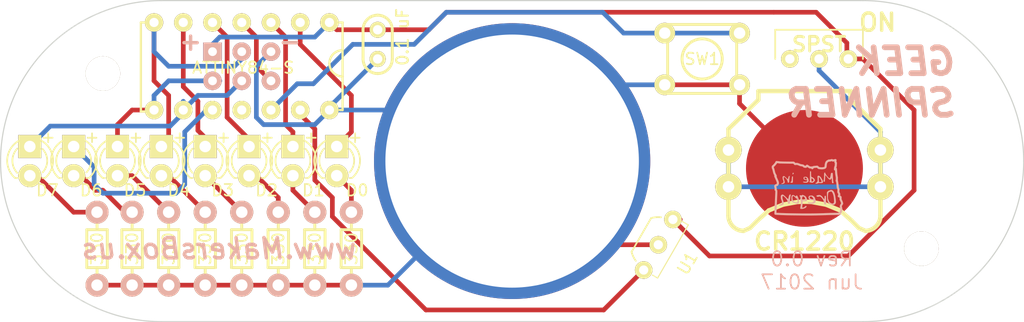
<source format=kicad_pcb>
(kicad_pcb (version 4) (host pcbnew 4.0.4-stable)

  (general
    (links 46)
    (no_connects 0)
    (area 158.699999 68.529999 247.700001 96.570001)
    (thickness 1.6)
    (drawings 25)
    (tracks 152)
    (zones 0)
    (modules 27)
    (nets 23)
  )

  (page USLetter)
  (layers
    (0 F.Cu signal)
    (31 B.Cu signal)
    (34 B.Paste user)
    (35 F.Paste user)
    (36 B.SilkS user)
    (37 F.SilkS user)
    (38 B.Mask user)
    (39 F.Mask user)
    (40 Dwgs.User user)
    (44 Edge.Cuts user)
  )

  (setup
    (last_trace_width 0.4064)
    (user_trace_width 0.254)
    (user_trace_width 0.3048)
    (user_trace_width 0.4064)
    (user_trace_width 0.6096)
    (user_trace_width 2.032)
    (trace_clearance 0.1524)
    (zone_clearance 0.508)
    (zone_45_only no)
    (trace_min 0.1524)
    (segment_width 0.254)
    (edge_width 0.1)
    (via_size 0.6858)
    (via_drill 0.3302)
    (via_min_size 0.6858)
    (via_min_drill 0.3302)
    (user_via 1 0.5)
    (uvia_size 0.762)
    (uvia_drill 0.508)
    (uvias_allowed no)
    (uvia_min_size 0.508)
    (uvia_min_drill 0.127)
    (pcb_text_width 0.3)
    (pcb_text_size 1.5 1.5)
    (mod_edge_width 0.15)
    (mod_text_size 1 1)
    (mod_text_width 0.15)
    (pad_size 1.6 1.6)
    (pad_drill 0.762)
    (pad_to_mask_clearance 0)
    (aux_axis_origin 0 0)
    (grid_origin 210.82 95.25)
    (visible_elements 7FFFFFFF)
    (pcbplotparams
      (layerselection 0x010f0_80000001)
      (usegerberextensions true)
      (excludeedgelayer true)
      (linewidth 0.100000)
      (plotframeref false)
      (viasonmask false)
      (mode 1)
      (useauxorigin false)
      (hpglpennumber 1)
      (hpglpenspeed 20)
      (hpglpendiameter 15)
      (hpglpenoverlay 2)
      (psnegative false)
      (psa4output false)
      (plotreference true)
      (plotvalue true)
      (plotinvisibletext false)
      (padsonsilk false)
      (subtractmaskfromsilk false)
      (outputformat 1)
      (mirror false)
      (drillshape 0)
      (scaleselection 1)
      (outputdirectory gerbers/))
  )

  (net 0 "")
  (net 1 GND)
  (net 2 +BATT)
  (net 3 "Net-(BT1-Pad1)")
  (net 4 "Net-(CON1-Pad1)")
  (net 5 "Net-(CON1-Pad3)")
  (net 6 "Net-(CON1-Pad4)")
  (net 7 "Net-(CON1-Pad5)")
  (net 8 "Net-(D1-Pad1)")
  (net 9 "Net-(D1-Pad2)")
  (net 10 "Net-(D0-Pad2)")
  (net 11 "Net-(D0-Pad1)")
  (net 12 "Net-(D2-Pad2)")
  (net 13 "Net-(D2-Pad1)")
  (net 14 "Net-(D3-Pad2)")
  (net 15 "Net-(D3-Pad1)")
  (net 16 "Net-(D4-Pad1)")
  (net 17 "Net-(D5-Pad1)")
  (net 18 "Net-(D6-Pad1)")
  (net 19 "Net-(D7-Pad2)")
  (net 20 "Net-(D7-Pad1)")
  (net 21 "Net-(IC1-Pad12)")
  (net 22 "Net-(IC1-Pad13)")

  (net_class Default "This is the default net class."
    (clearance 0.1524)
    (trace_width 0.1524)
    (via_dia 0.6858)
    (via_drill 0.3302)
    (uvia_dia 0.762)
    (uvia_drill 0.508)
    (add_net +BATT)
    (add_net GND)
    (add_net "Net-(BT1-Pad1)")
    (add_net "Net-(CON1-Pad1)")
    (add_net "Net-(CON1-Pad3)")
    (add_net "Net-(CON1-Pad4)")
    (add_net "Net-(CON1-Pad5)")
    (add_net "Net-(D0-Pad1)")
    (add_net "Net-(D0-Pad2)")
    (add_net "Net-(D1-Pad1)")
    (add_net "Net-(D1-Pad2)")
    (add_net "Net-(D2-Pad1)")
    (add_net "Net-(D2-Pad2)")
    (add_net "Net-(D3-Pad1)")
    (add_net "Net-(D3-Pad2)")
    (add_net "Net-(D4-Pad1)")
    (add_net "Net-(D5-Pad1)")
    (add_net "Net-(D6-Pad1)")
    (add_net "Net-(D7-Pad1)")
    (add_net "Net-(D7-Pad2)")
    (add_net "Net-(IC1-Pad12)")
    (add_net "Net-(IC1-Pad13)")
  )

  (module Housings_DIP:DIP-14_W7.62mm (layer F.Cu) (tedit 593A1D84) (tstamp 593A05DC)
    (at 187.325 70.485 270)
    (descr "14-lead dip package, row spacing 7.62 mm (300 mils)")
    (tags "dil dip 2.54 300")
    (path /588D45C8)
    (fp_text reference IC1 (at 0 -5.22 270) (layer F.SilkS) hide
      (effects (font (size 1 1) (thickness 0.15)))
    )
    (fp_text value ATTINY84-S (at 3.937 7.493 360) (layer F.SilkS)
      (effects (font (size 1 1) (thickness 0.15)))
    )
    (fp_arc (start 3.556 -1.143) (end 4.699 -1.143) (angle 90) (layer F.SilkS) (width 0.2))
    (fp_arc (start 3.556 -1.143) (end 3.556 0) (angle 90) (layer F.SilkS) (width 0.2))
    (fp_line (start 0 -0.889) (end 0 -1.143) (layer F.SilkS) (width 0.2))
    (fp_line (start 0 -1.143) (end 7.493 -1.143) (layer F.SilkS) (width 0.2))
    (fp_line (start 7.493 -1.143) (end 7.62 -1.143) (layer F.SilkS) (width 0.2))
    (fp_line (start 7.62 -1.143) (end 7.62 -0.889) (layer F.SilkS) (width 0.2))
    (fp_line (start 0 16.383) (end 0 16.002) (layer F.SilkS) (width 0.2))
    (fp_line (start 7.747 16.383) (end 7.747 16.002) (layer F.SilkS) (width 0.2))
    (fp_line (start 0 16.383) (end 7.747 16.383) (layer F.SilkS) (width 0.2))
    (fp_line (start -1.05 -2.45) (end -1.05 17.7) (layer F.CrtYd) (width 0.05))
    (fp_line (start 8.65 -2.45) (end 8.65 17.7) (layer F.CrtYd) (width 0.05))
    (fp_line (start -1.05 -2.45) (end 8.65 -2.45) (layer F.CrtYd) (width 0.05))
    (fp_line (start -1.05 17.7) (end 8.65 17.7) (layer F.CrtYd) (width 0.05))
    (pad 1 thru_hole oval (at 0 0 270) (size 1.6 1.6) (drill 0.8) (layers *.Cu *.Mask F.SilkS)
      (net 2 +BATT))
    (pad 2 thru_hole oval (at 0 2.54 270) (size 1.6 1.6) (drill 0.8) (layers *.Cu *.Mask F.SilkS)
      (net 10 "Net-(D0-Pad2)"))
    (pad 3 thru_hole oval (at 0 5.08 270) (size 1.6 1.6) (drill 0.8) (layers *.Cu *.Mask F.SilkS)
      (net 9 "Net-(D1-Pad2)"))
    (pad 4 thru_hole oval (at 0 7.62 270) (size 1.6 1.6) (drill 0.8) (layers *.Cu *.Mask F.SilkS)
      (net 7 "Net-(CON1-Pad5)"))
    (pad 5 thru_hole oval (at 0 10.16 270) (size 1.6 1.6) (drill 0.8) (layers *.Cu *.Mask F.SilkS)
      (net 12 "Net-(D2-Pad2)"))
    (pad 6 thru_hole oval (at 0 12.7 270) (size 1.6 1.6) (drill 0.8) (layers *.Cu *.Mask F.SilkS)
      (net 14 "Net-(D3-Pad2)"))
    (pad 7 thru_hole oval (at 0 15.24 270) (size 1.6 1.6) (drill 0.8) (layers *.Cu *.Mask F.SilkS)
      (net 6 "Net-(CON1-Pad4)"))
    (pad 8 thru_hole oval (at 7.62 15.24 270) (size 1.6 1.6) (drill 0.8) (layers *.Cu *.Mask F.SilkS)
      (net 4 "Net-(CON1-Pad1)"))
    (pad 9 thru_hole oval (at 7.62 12.7 270) (size 1.6 1.6) (drill 0.8) (layers *.Cu *.Mask F.SilkS)
      (net 5 "Net-(CON1-Pad3)"))
    (pad 10 thru_hole oval (at 7.62 10.16 270) (size 1.6 1.6) (drill 0.8) (layers *.Cu *.Mask F.SilkS)
      (net 19 "Net-(D7-Pad2)"))
    (pad 11 thru_hole oval (at 7.62 7.62 270) (size 1.6 1.6) (drill 0.8) (layers *.Cu *.Mask F.SilkS))
    (pad 12 thru_hole oval (at 7.62 5.08 270) (size 1.6 1.6) (drill 0.8) (layers *.Cu *.Mask F.SilkS)
      (net 21 "Net-(IC1-Pad12)"))
    (pad 13 thru_hole oval (at 7.62 2.54 270) (size 1.6 1.6) (drill 0.8) (layers *.Cu *.Mask F.SilkS)
      (net 22 "Net-(IC1-Pad13)"))
    (pad 14 thru_hole oval (at 7.62 0 270) (size 1.6 1.6) (drill 0.8) (layers *.Cu *.Mask F.SilkS)
      (net 1 GND))
    (model Housings_DIP.3dshapes/DIP-14_W7.62mm.wrl
      (at (xyz 0 0 0))
      (scale (xyz 1 1 1))
      (rotate (xyz 0 0 0))
    )
  )

  (module TO_SOT_Packages_THT:TO-92_Inline_Wide (layer F.Cu) (tedit 593A12E0) (tstamp 593A0759)
    (at 217.17 87.63 240)
    (descr "TO-92 leads in-line, wide, drill 0.8mm (see NXP sot054_po.pdf)")
    (tags "to-92 sc-43 sc-43a sot54 PA33 transistor")
    (path /59379E65)
    (fp_text reference U1 (at 2.664557 -3.004852 420) (layer F.SilkS)
      (effects (font (size 1 1) (thickness 0.15)))
    )
    (fp_text value MLX92231 (at 0 3 240) (layer F.Fab)
      (effects (font (size 1 1) (thickness 0.15)))
    )
    (fp_line (start -0.254 -0.762) (end -0.254 -1.397) (layer F.SilkS) (width 0.1))
    (fp_line (start -0.254 -1.397) (end 5.08 -1.397) (layer F.SilkS) (width 0.1))
    (fp_line (start 5.08 -1.397) (end 5.08 -0.889) (layer F.SilkS) (width 0.1))
    (fp_arc (start 2.54 0) (end 0.84 1.7) (angle 20.5) (layer F.SilkS) (width 0.15))
    (fp_arc (start 2.54 0) (end 4.24 1.7) (angle -20.5) (layer F.SilkS) (width 0.15))
    (fp_line (start -1 1.95) (end -1 -2.65) (layer F.CrtYd) (width 0.05))
    (fp_line (start -1 1.95) (end 6.1 1.95) (layer F.CrtYd) (width 0.05))
    (fp_line (start 0.84 1.7) (end 4.24 1.7) (layer F.SilkS) (width 0.15))
    (fp_line (start -1 -2.65) (end 6.1 -2.65) (layer F.CrtYd) (width 0.05))
    (fp_line (start 6.1 1.95) (end 6.1 -2.65) (layer F.CrtYd) (width 0.05))
    (pad 2 thru_hole circle (at 2.54 0 330) (size 1.524 1.524) (drill 0.8) (layers *.Cu *.Mask F.SilkS)
      (net 1 GND))
    (pad 3 thru_hole circle (at 5.08 0 330) (size 1.524 1.524) (drill 0.8) (layers *.Cu *.Mask F.SilkS)
      (net 22 "Net-(IC1-Pad13)"))
    (pad 1 thru_hole circle (at 0 0 330) (size 1.524 1.524) (drill 0.8) (layers *.Cu *.Mask F.SilkS)
      (net 2 +BATT))
    (model TO_SOT_Packages_THT.3dshapes/TO-92_Inline_Wide.wrl
      (at (xyz 0.1 0 0))
      (scale (xyz 1 1 1))
      (rotate (xyz 0 0 -90))
    )
  )

  (module myFootPrints:Lego_Drill (layer F.Cu) (tedit 5938B9BC) (tstamp 5938BA2A)
    (at 238.76 90.17)
    (descr "Through hole pin header")
    (tags "pin header")
    (fp_text reference P2 (at 0 0) (layer F.SilkS) hide
      (effects (font (size 1 1) (thickness 0.15)))
    )
    (fp_text value CONN_01X01 (at 0 -1.27) (layer F.Fab) hide
      (effects (font (size 0.127 0.127) (thickness 0.03175)))
    )
    (pad 1 thru_hole circle (at 0 0) (size 3 3) (drill 3) (layers *.Cu *.Mask F.SilkS))
    (model Pin_Headers.3dshapes/Pin_Header_Straight_1x01.wrl
      (at (xyz 0 0 0))
      (scale (xyz 1 1 1))
      (rotate (xyz 0 0 90))
    )
  )

  (module myFootPrints:Lego_Drill (layer F.Cu) (tedit 5938B9BC) (tstamp 5938B9FE)
    (at 167.64 74.93)
    (descr "Through hole pin header")
    (tags "pin header")
    (fp_text reference P2 (at 0 0) (layer F.SilkS) hide
      (effects (font (size 1 1) (thickness 0.15)))
    )
    (fp_text value CONN_01X01 (at 0 -1.27) (layer F.Fab) hide
      (effects (font (size 0.127 0.127) (thickness 0.03175)))
    )
    (pad 1 thru_hole circle (at 0 0) (size 3 3) (drill 3) (layers *.Cu *.Mask F.SilkS))
    (model Pin_Headers.3dshapes/Pin_Header_Straight_1x01.wrl
      (at (xyz 0 0 0))
      (scale (xyz 1 1 1))
      (rotate (xyz 0 0 90))
    )
  )

  (module myFootPrints:MadeInOregonRev25 (layer F.Cu) (tedit 0) (tstamp 5938C446)
    (at 228.854 84.836)
    (fp_text reference VAL (at 0 0) (layer F.SilkS) hide
      (effects (font (size 1.143 1.143) (thickness 0.1778)))
    )
    (fp_text value MadeInOregonRev25 (at 0 0) (layer F.SilkS) hide
      (effects (font (size 1.143 1.143) (thickness 0.1778)))
    )
    (fp_poly (pts (xy -3.09626 -1.76022) (xy -3.09626 -1.72212) (xy -3.09372 -1.69672) (xy -3.09118 -1.67386)
      (xy -3.0861 -1.65608) (xy -3.07594 -1.63576) (xy -3.0734 -1.62814) (xy -3.0607 -1.6002)
      (xy -3.05054 -1.5748) (xy -3.04038 -1.54432) (xy -3.03022 -1.50876) (xy -3.02006 -1.46304)
      (xy -3.00736 -1.4097) (xy -3.00228 -1.39192) (xy -2.98704 -1.31826) (xy -2.96926 -1.2573)
      (xy -2.95402 -1.20396) (xy -2.9337 -1.15824) (xy -2.91338 -1.1176) (xy -2.91338 -1.74752)
      (xy -2.91338 -1.76276) (xy -2.91084 -1.77546) (xy -2.90322 -1.78816) (xy -2.89052 -1.8034)
      (xy -2.86766 -1.82118) (xy -2.8575 -1.83134) (xy -2.82956 -1.8542) (xy -2.80416 -1.8796)
      (xy -2.78638 -1.90246) (xy -2.77876 -1.91008) (xy -2.76606 -1.92786) (xy -2.74574 -1.95326)
      (xy -2.72034 -1.98374) (xy -2.69494 -2.01422) (xy -2.6924 -2.01676) (xy -2.66954 -2.0447)
      (xy -2.64922 -2.0701) (xy -2.63652 -2.08788) (xy -2.6289 -2.09804) (xy -2.6289 -2.10058)
      (xy -2.62382 -2.10566) (xy -2.60604 -2.10566) (xy -2.58064 -2.10566) (xy -2.55016 -2.10058)
      (xy -2.51968 -2.0955) (xy -2.50952 -2.09296) (xy -2.49682 -2.09042) (xy -2.48412 -2.08534)
      (xy -2.46888 -2.08534) (xy -2.4511 -2.0828) (xy -2.4257 -2.08026) (xy -2.39268 -2.07772)
      (xy -2.35458 -2.07772) (xy -2.30632 -2.07518) (xy -2.2479 -2.07518) (xy -2.17678 -2.07264)
      (xy -2.09296 -2.0701) (xy -2.03962 -2.0701) (xy -1.95326 -2.06756) (xy -1.8669 -2.06756)
      (xy -1.78054 -2.06502) (xy -1.69672 -2.06502) (xy -1.61798 -2.06248) (xy -1.54686 -2.06248)
      (xy -1.48336 -2.06248) (xy -1.4351 -2.06248) (xy -1.4224 -2.06248) (xy -1.22936 -2.06248)
      (xy -1.1684 -2.00152) (xy -1.10744 -1.9431) (xy -1.0668 -1.9431) (xy -1.03886 -1.9431)
      (xy -1.0033 -1.94564) (xy -0.97536 -1.95072) (xy -0.94234 -1.95326) (xy -0.91186 -1.95072)
      (xy -0.87884 -1.94564) (xy -0.8382 -1.93548) (xy -0.79248 -1.9177) (xy -0.7366 -1.89484)
      (xy -0.72136 -1.88976) (xy -0.67818 -1.86944) (xy -0.64516 -1.85674) (xy -0.61722 -1.84912)
      (xy -0.59182 -1.84404) (xy -0.56388 -1.83896) (xy -0.5461 -1.83642) (xy -0.50038 -1.83134)
      (xy -0.46482 -1.82626) (xy -0.43688 -1.81864) (xy -0.41656 -1.80848) (xy -0.39624 -1.79578)
      (xy -0.37592 -1.77546) (xy -0.37338 -1.77292) (xy -0.35052 -1.7526) (xy -0.32512 -1.73482)
      (xy -0.30734 -1.72212) (xy -0.30734 -1.72212) (xy -0.28702 -1.71704) (xy -0.25654 -1.71196)
      (xy -0.22098 -1.70434) (xy -0.18288 -1.7018) (xy -0.14986 -1.69672) (xy -0.12446 -1.69672)
      (xy -0.10922 -1.69926) (xy -0.09652 -1.70688) (xy -0.07366 -1.71958) (xy -0.05334 -1.73736)
      (xy -0.03048 -1.75768) (xy -0.01524 -1.7653) (xy -0.00508 -1.76784) (xy 0 -1.7653)
      (xy 0.01016 -1.75768) (xy 0.03048 -1.74498) (xy 0.05842 -1.7272) (xy 0.0889 -1.70688)
      (xy 0.09652 -1.7018) (xy 0.18288 -1.64846) (xy 0.25908 -1.64592) (xy 0.29464 -1.64338)
      (xy 0.3175 -1.64084) (xy 0.3302 -1.6383) (xy 0.34036 -1.63322) (xy 0.34544 -1.6256)
      (xy 0.34798 -1.62052) (xy 0.3683 -1.59766) (xy 0.39624 -1.58242) (xy 0.42672 -1.5748)
      (xy 0.4318 -1.5748) (xy 0.45974 -1.58242) (xy 0.48768 -1.6002) (xy 0.51562 -1.63068)
      (xy 0.52578 -1.64338) (xy 0.53848 -1.65608) (xy 0.5461 -1.66624) (xy 0.55626 -1.67386)
      (xy 0.56896 -1.68148) (xy 0.58928 -1.68402) (xy 0.61468 -1.6891) (xy 0.65278 -1.69418)
      (xy 0.70104 -1.69672) (xy 0.71628 -1.69926) (xy 0.8255 -1.70942) (xy 0.85598 -1.68148)
      (xy 0.89154 -1.64846) (xy 0.9271 -1.62306) (xy 0.95758 -1.60274) (xy 0.96774 -1.59766)
      (xy 0.9906 -1.59258) (xy 1.02362 -1.5875) (xy 1.0668 -1.58242) (xy 1.11252 -1.57734)
      (xy 1.16332 -1.57226) (xy 1.21158 -1.56972) (xy 1.2573 -1.56972) (xy 1.25984 -1.56972)
      (xy 1.3081 -1.56972) (xy 1.35128 -1.5748) (xy 1.39446 -1.57988) (xy 1.44272 -1.59004)
      (xy 1.48844 -1.6002) (xy 1.52146 -1.61036) (xy 1.54686 -1.62306) (xy 1.56972 -1.63576)
      (xy 1.59258 -1.65608) (xy 1.61798 -1.68148) (xy 1.63576 -1.7018) (xy 1.651 -1.72212)
      (xy 1.65862 -1.74498) (xy 1.66624 -1.77292) (xy 1.67386 -1.80848) (xy 1.6764 -1.85166)
      (xy 1.68148 -1.90246) (xy 1.6891 -1.9812) (xy 1.7018 -2.04978) (xy 1.72212 -2.10566)
      (xy 1.74752 -2.15138) (xy 1.75006 -2.15646) (xy 1.77546 -2.18186) (xy 1.81356 -2.2098)
      (xy 1.82626 -2.21742) (xy 1.8542 -2.23012) (xy 1.87706 -2.24028) (xy 1.89484 -2.24282)
      (xy 1.9177 -2.24282) (xy 1.92024 -2.24282) (xy 1.95834 -2.24282) (xy 2.00152 -2.25044)
      (xy 2.032 -2.25806) (xy 2.0701 -2.27076) (xy 2.09804 -2.27584) (xy 2.11582 -2.27838)
      (xy 2.13106 -2.2733) (xy 2.1463 -2.26822) (xy 2.15392 -2.26314) (xy 2.1844 -2.2479)
      (xy 2.22758 -2.24282) (xy 2.27584 -2.2479) (xy 2.29108 -2.25298) (xy 2.31394 -2.25806)
      (xy 2.33426 -2.26314) (xy 2.34188 -2.26314) (xy 2.34188 -2.25806) (xy 2.34442 -2.23774)
      (xy 2.34442 -2.21488) (xy 2.34442 -2.21234) (xy 2.34442 -2.1844) (xy 2.34696 -2.16408)
      (xy 2.35204 -2.1463) (xy 2.36474 -2.12852) (xy 2.3876 -2.0955) (xy 2.37998 -1.97612)
      (xy 2.37744 -1.9304) (xy 2.37236 -1.89738) (xy 2.36982 -1.87198) (xy 2.36474 -1.8542)
      (xy 2.35966 -1.83896) (xy 2.35204 -1.82372) (xy 2.34696 -1.8161) (xy 2.33172 -1.78562)
      (xy 2.3241 -1.75768) (xy 2.3241 -1.73736) (xy 2.32156 -1.70942) (xy 2.31902 -1.68656)
      (xy 2.31648 -1.67894) (xy 2.31394 -1.66116) (xy 2.30886 -1.63576) (xy 2.30886 -1.60274)
      (xy 2.30886 -1.59004) (xy 2.30886 -1.55702) (xy 2.30886 -1.5367) (xy 2.31394 -1.52146)
      (xy 2.32156 -1.5113) (xy 2.33172 -1.4986) (xy 2.33426 -1.49606) (xy 2.35458 -1.48082)
      (xy 2.3749 -1.4732) (xy 2.37744 -1.47066) (xy 2.3876 -1.47066) (xy 2.39268 -1.46558)
      (xy 2.39776 -1.45034) (xy 2.4003 -1.42494) (xy 2.40284 -1.39192) (xy 2.40538 -1.35382)
      (xy 2.40538 -1.33096) (xy 2.40792 -1.28778) (xy 2.413 -1.2319) (xy 2.42062 -1.16078)
      (xy 2.43332 -1.07442) (xy 2.4511 -0.97536) (xy 2.4511 -0.96774) (xy 2.45872 -0.92456)
      (xy 2.4638 -0.88392) (xy 2.46888 -0.85344) (xy 2.47142 -0.83058) (xy 2.47396 -0.82296)
      (xy 2.47396 -0.81026) (xy 2.47142 -0.7874) (xy 2.47142 -0.75692) (xy 2.46888 -0.72644)
      (xy 2.46888 -0.69342) (xy 2.46634 -0.66294) (xy 2.4638 -0.64262) (xy 2.46126 -0.635)
      (xy 2.4511 -0.6096) (xy 2.44856 -0.57912) (xy 2.4511 -0.54864) (xy 2.46126 -0.52324)
      (xy 2.4765 -0.51054) (xy 2.48412 -0.49784) (xy 2.49174 -0.47244) (xy 2.5019 -0.4318)
      (xy 2.50952 -0.37592) (xy 2.51968 -0.30734) (xy 2.5273 -0.2286) (xy 2.53238 -0.16764)
      (xy 2.53746 -0.1143) (xy 2.54254 -0.0635) (xy 2.54762 -0.02032) (xy 2.5527 0.01524)
      (xy 2.55524 0.04064) (xy 2.55778 0.05334) (xy 2.56794 0.07366) (xy 2.5781 0.1016)
      (xy 2.58826 0.127) (xy 2.59588 0.14732) (xy 2.6035 0.16256) (xy 2.60604 0.18034)
      (xy 2.60858 0.20066) (xy 2.60858 0.22606) (xy 2.60604 0.25908) (xy 2.6035 0.3048)
      (xy 2.6035 0.32512) (xy 2.60096 0.37084) (xy 2.60096 0.4064) (xy 2.60604 0.43434)
      (xy 2.61366 0.45974) (xy 2.62636 0.48768) (xy 2.64668 0.5207) (xy 2.66446 0.5588)
      (xy 2.67462 0.58674) (xy 2.6797 0.61468) (xy 2.67462 0.64262) (xy 2.66446 0.68072)
      (xy 2.65938 0.69088) (xy 2.64668 0.72898) (xy 2.63906 0.75946) (xy 2.63906 0.77978)
      (xy 2.6416 0.79756) (xy 2.64922 0.8128) (xy 2.64922 0.81534) (xy 2.66446 0.83058)
      (xy 2.68986 0.84836) (xy 2.72034 0.86614) (xy 2.75336 0.87884) (xy 2.77368 0.88646)
      (xy 2.794 0.89154) (xy 2.794 0.98044) (xy 2.794 1.07188) (xy 2.82448 1.13538)
      (xy 2.8575 1.20396) (xy 2.8829 1.26238) (xy 2.90322 1.31064) (xy 2.91592 1.3462)
      (xy 2.921 1.36652) (xy 2.92354 1.3843) (xy 2.92354 1.39954) (xy 2.91592 1.41478)
      (xy 2.90068 1.4351) (xy 2.90068 1.43764) (xy 2.87274 1.47828) (xy 2.84988 1.51638)
      (xy 2.8321 1.5621) (xy 2.82448 1.59004) (xy 2.80924 1.64338) (xy 2.8321 1.74244)
      (xy 2.84734 1.80848) (xy 2.85496 1.86182) (xy 2.86004 1.90754) (xy 2.86004 1.94818)
      (xy 2.85242 1.98628) (xy 2.84226 2.02438) (xy 2.84226 2.02438) (xy 2.82702 2.06756)
      (xy 2.81432 2.10566) (xy 2.79908 2.13868) (xy 2.78892 2.16154) (xy 2.77876 2.1717)
      (xy 2.77876 2.17424) (xy 2.7686 2.17678) (xy 2.74828 2.1844) (xy 2.74066 2.18948)
      (xy 2.7178 2.1971) (xy 2.68224 2.20472) (xy 2.63398 2.2098) (xy 2.57302 2.21234)
      (xy 2.49682 2.21488) (xy 2.40792 2.21742) (xy 2.30632 2.21742) (xy 2.29616 2.21742)
      (xy 2.24028 2.21996) (xy 2.17424 2.21996) (xy 2.10058 2.2225) (xy 2.02184 2.2225)
      (xy 1.9431 2.22504) (xy 1.86944 2.23012) (xy 1.84912 2.23012) (xy 1.6129 2.23774)
      (xy 1.38684 2.2479) (xy 1.16332 2.25298) (xy 0.9398 2.25806) (xy 0.71882 2.26314)
      (xy 0.4953 2.26568) (xy 0.26924 2.26822) (xy 0.03556 2.26822) (xy -0.2032 2.26822)
      (xy -0.45466 2.26822) (xy -0.71628 2.26568) (xy -0.84836 2.26314) (xy -1.03378 2.2606)
      (xy -1.20396 2.25806) (xy -1.36144 2.25552) (xy -1.50622 2.25298) (xy -1.64084 2.25044)
      (xy -1.7653 2.2479) (xy -1.88214 2.24536) (xy -1.98882 2.24282) (xy -2.08788 2.23774)
      (xy -2.17932 2.2352) (xy -2.26822 2.23266) (xy -2.35204 2.22758) (xy -2.39776 2.22504)
      (xy -2.46126 2.2225) (xy -2.51968 2.21742) (xy -2.57302 2.21488) (xy -2.61874 2.21234)
      (xy -2.65176 2.2098) (xy -2.67462 2.2098) (xy -2.68732 2.2098) (xy -2.68732 2.2098)
      (xy -2.68732 2.20218) (xy -2.68478 2.17932) (xy -2.68478 2.1463) (xy -2.68224 2.09804)
      (xy -2.6797 2.03962) (xy -2.67716 1.97104) (xy -2.67208 1.8923) (xy -2.66954 1.80594)
      (xy -2.66446 1.70942) (xy -2.65938 1.60782) (xy -2.65684 1.50114) (xy -2.65176 1.38684)
      (xy -2.64414 1.27) (xy -2.64414 1.25476) (xy -2.63906 1.11506) (xy -2.63398 0.98806)
      (xy -2.6289 0.87376) (xy -2.62382 0.77216) (xy -2.61874 0.68326) (xy -2.6162 0.60452)
      (xy -2.61366 0.53848) (xy -2.61112 0.47752) (xy -2.61112 0.42926) (xy -2.61112 0.38608)
      (xy -2.61112 0.35306) (xy -2.61112 0.32258) (xy -2.61112 0.29972) (xy -2.61366 0.28194)
      (xy -2.6162 0.2667) (xy -2.61874 0.25654) (xy -2.62128 0.24638) (xy -2.62636 0.23876)
      (xy -2.63144 0.23368) (xy -2.63652 0.22606) (xy -2.6416 0.21844) (xy -2.6543 0.2032)
      (xy -2.66192 0.18796) (xy -2.66446 0.17272) (xy -2.66192 0.14732) (xy -2.66192 0.13716)
      (xy -2.66192 0.1016) (xy -2.66446 0.06858) (xy -2.67462 0.02794) (xy -2.67462 0.0254)
      (xy -2.68732 -0.01778) (xy -2.69494 -0.04826) (xy -2.69748 -0.07112) (xy -2.69748 -0.08382)
      (xy -2.69494 -0.09398) (xy -2.68732 -0.09906) (xy -2.68732 -0.1016) (xy -2.66954 -0.10668)
      (xy -2.64668 -0.1143) (xy -2.63652 -0.1143) (xy -2.60858 -0.12192) (xy -2.58572 -0.13208)
      (xy -2.5654 -0.14732) (xy -2.54762 -0.17018) (xy -2.52476 -0.20574) (xy -2.50698 -0.2413)
      (xy -2.4638 -0.3302) (xy -2.47142 -0.40894) (xy -2.4765 -0.43942) (xy -2.48158 -0.46736)
      (xy -2.4892 -0.49276) (xy -2.49682 -0.5207) (xy -2.50952 -0.55626) (xy -2.52984 -0.59944)
      (xy -2.53492 -0.61214) (xy -2.55524 -0.66294) (xy -2.5781 -0.71374) (xy -2.60096 -0.76708)
      (xy -2.62128 -0.8128) (xy -2.63144 -0.83058) (xy -2.64668 -0.86868) (xy -2.65938 -0.89662)
      (xy -2.667 -0.91694) (xy -2.66954 -0.92964) (xy -2.667 -0.9398) (xy -2.667 -0.94996)
      (xy -2.65938 -0.97536) (xy -2.65938 -1.00584) (xy -2.66954 -1.03886) (xy -2.68732 -1.0795)
      (xy -2.71272 -1.12776) (xy -2.71526 -1.1303) (xy -2.73812 -1.17094) (xy -2.75844 -1.2065)
      (xy -2.77368 -1.23698) (xy -2.78384 -1.26746) (xy -2.79654 -1.30048) (xy -2.8067 -1.34112)
      (xy -2.81686 -1.38684) (xy -2.82702 -1.43256) (xy -2.84226 -1.49606) (xy -2.85496 -1.54686)
      (xy -2.86512 -1.5875) (xy -2.87528 -1.62052) (xy -2.88544 -1.64846) (xy -2.89306 -1.67132)
      (xy -2.90068 -1.68148) (xy -2.9083 -1.70942) (xy -2.91338 -1.7399) (xy -2.91338 -1.74752)
      (xy -2.91338 -1.1176) (xy -2.91084 -1.11506) (xy -2.90576 -1.09982) (xy -2.88798 -1.07188)
      (xy -2.87782 -1.04902) (xy -2.87274 -1.03632) (xy -2.87274 -1.02616) (xy -2.87782 -1.016)
      (xy -2.88036 -0.99822) (xy -2.8829 -0.98044) (xy -2.87782 -0.95758) (xy -2.8702 -0.92964)
      (xy -2.85496 -0.89408) (xy -2.83464 -0.84582) (xy -2.8194 -0.81534) (xy -2.78384 -0.73406)
      (xy -2.74828 -0.65786) (xy -2.72034 -0.58928) (xy -2.69494 -0.52832) (xy -2.67462 -0.47752)
      (xy -2.66192 -0.43688) (xy -2.6543 -0.40894) (xy -2.6543 -0.4064) (xy -2.64922 -0.37846)
      (xy -2.65176 -0.36068) (xy -2.65684 -0.34036) (xy -2.66446 -0.32766) (xy -2.67462 -0.30734)
      (xy -2.68732 -0.29464) (xy -2.70256 -0.28702) (xy -2.72542 -0.28194) (xy -2.73812 -0.2794)
      (xy -2.75336 -0.27686) (xy -2.77114 -0.2667) (xy -2.78892 -0.25146) (xy -2.81686 -0.22606)
      (xy -2.82448 -0.2159) (xy -2.84988 -0.1905) (xy -2.86766 -0.17272) (xy -2.87782 -0.16002)
      (xy -2.8829 -0.14732) (xy -2.8829 -0.13208) (xy -2.8829 -0.12192) (xy -2.88036 -0.06858)
      (xy -2.86766 -0.00762) (xy -2.85242 0.05588) (xy -2.8448 0.08382) (xy -2.84226 0.10668)
      (xy -2.84226 0.12954) (xy -2.8448 0.16002) (xy -2.84734 0.1651) (xy -2.84988 0.19812)
      (xy -2.84988 0.22606) (xy -2.84226 0.24892) (xy -2.82448 0.27686) (xy -2.8067 0.29972)
      (xy -2.78384 0.32766) (xy -2.82702 1.3081) (xy -2.8321 1.42748) (xy -2.83718 1.54432)
      (xy -2.84226 1.65608) (xy -2.84734 1.76276) (xy -2.84988 1.86182) (xy -2.85496 1.95326)
      (xy -2.8575 2.03708) (xy -2.86004 2.11074) (xy -2.86258 2.17424) (xy -2.86512 2.22758)
      (xy -2.86512 2.26822) (xy -2.86512 2.29616) (xy -2.86512 2.3114) (xy -2.86512 2.3114)
      (xy -2.85496 2.3368) (xy -2.83464 2.35966) (xy -2.81178 2.3749) (xy -2.8067 2.37744)
      (xy -2.794 2.37998) (xy -2.76606 2.38252) (xy -2.72796 2.38506) (xy -2.6797 2.39014)
      (xy -2.62128 2.39268) (xy -2.55778 2.39776) (xy -2.48412 2.4003) (xy -2.40792 2.40538)
      (xy -2.32664 2.40792) (xy -2.24536 2.413) (xy -2.16154 2.41554) (xy -2.08026 2.41808)
      (xy -1.99898 2.42062) (xy -1.92278 2.42316) (xy -1.85166 2.4257) (xy -1.80848 2.42824)
      (xy -1.74752 2.42824) (xy -1.67386 2.43078) (xy -1.59004 2.43078) (xy -1.4986 2.43332)
      (xy -1.397 2.43586) (xy -1.29032 2.43586) (xy -1.1811 2.4384) (xy -1.0668 2.4384)
      (xy -0.95504 2.44094) (xy -0.84582 2.44348) (xy -0.80264 2.44348) (xy -0.70104 2.44348)
      (xy -0.59944 2.44602) (xy -0.50038 2.44602) (xy -0.40386 2.44856) (xy -0.31496 2.44856)
      (xy -0.23114 2.44856) (xy -0.15748 2.4511) (xy -0.09398 2.4511) (xy -0.04064 2.4511)
      (xy 0 2.4511) (xy 0.02286 2.4511) (xy 0.05842 2.4511) (xy 0.10922 2.4511)
      (xy 0.17018 2.4511) (xy 0.2413 2.4511) (xy 0.3175 2.4511) (xy 0.39878 2.44856)
      (xy 0.4826 2.44856) (xy 0.56642 2.44602) (xy 0.60198 2.44602) (xy 0.75692 2.44348)
      (xy 0.90678 2.4384) (xy 1.0541 2.43586) (xy 1.1938 2.43078) (xy 1.32588 2.42824)
      (xy 1.45034 2.42316) (xy 1.56464 2.42062) (xy 1.66624 2.41808) (xy 1.7526 2.413)
      (xy 1.77038 2.413) (xy 1.82626 2.41046) (xy 1.8923 2.40792) (xy 1.96342 2.40792)
      (xy 2.03454 2.40538) (xy 2.10312 2.40538) (xy 2.12852 2.40538) (xy 2.19456 2.40538)
      (xy 2.26822 2.40284) (xy 2.3495 2.40284) (xy 2.42824 2.39776) (xy 2.50444 2.39522)
      (xy 2.54254 2.39522) (xy 2.75844 2.38252) (xy 2.82956 2.3495) (xy 2.86258 2.33172)
      (xy 2.88798 2.31902) (xy 2.90576 2.30632) (xy 2.91084 2.30124) (xy 2.92608 2.28092)
      (xy 2.94132 2.25044) (xy 2.96164 2.2098) (xy 2.97942 2.16662) (xy 2.9972 2.12344)
      (xy 3.01244 2.08534) (xy 3.02514 2.0447) (xy 3.03276 2.01168) (xy 3.03784 1.98628)
      (xy 3.04038 1.9558) (xy 3.04038 1.93548) (xy 3.0353 1.86182) (xy 3.0226 1.778)
      (xy 3.00736 1.70434) (xy 2.99974 1.66878) (xy 2.99974 1.64084) (xy 3.00736 1.61036)
      (xy 3.0226 1.57734) (xy 3.04546 1.53924) (xy 3.0607 1.52146) (xy 3.08356 1.4859)
      (xy 3.0988 1.4605) (xy 3.10642 1.4351) (xy 3.10896 1.4097) (xy 3.10642 1.37668)
      (xy 3.0988 1.33858) (xy 3.09118 1.3081) (xy 3.07848 1.26746) (xy 3.0607 1.22174)
      (xy 3.04038 1.1684) (xy 3.01498 1.1176) (xy 2.99466 1.07442) (xy 2.98704 1.05664)
      (xy 2.97942 1.0414) (xy 2.97688 1.02362) (xy 2.97434 1.0033) (xy 2.97434 0.97282)
      (xy 2.97434 0.93218) (xy 2.97434 0.9271) (xy 2.9718 0.87884) (xy 2.96926 0.8382)
      (xy 2.96418 0.81026) (xy 2.95148 0.7874) (xy 2.9337 0.76708) (xy 2.90576 0.7493)
      (xy 2.86766 0.72898) (xy 2.84734 0.71882) (xy 2.84734 0.7112) (xy 2.84988 0.69342)
      (xy 2.85496 0.66802) (xy 2.8575 0.6604) (xy 2.86258 0.61468) (xy 2.86258 0.5842)
      (xy 2.86258 0.57658) (xy 2.84988 0.5334) (xy 2.82956 0.48768) (xy 2.8067 0.44196)
      (xy 2.79908 0.42926) (xy 2.79146 0.41656) (xy 2.78638 0.40386) (xy 2.7813 0.38862)
      (xy 2.7813 0.37084) (xy 2.7813 0.34798) (xy 2.7813 0.3175) (xy 2.78638 0.27432)
      (xy 2.79146 0.22098) (xy 2.79146 0.21844) (xy 2.79146 0.19304) (xy 2.79146 0.16764)
      (xy 2.78384 0.1397) (xy 2.77622 0.11176) (xy 2.76352 0.07874) (xy 2.75336 0.04826)
      (xy 2.7432 0.0254) (xy 2.74066 0.02032) (xy 2.73558 0.00762) (xy 2.7305 -0.0127)
      (xy 2.72796 -0.04064) (xy 2.72288 -0.07874) (xy 2.7178 -0.12954) (xy 2.71272 -0.1905)
      (xy 2.7051 -0.25908) (xy 2.69748 -0.32512) (xy 2.68986 -0.38862) (xy 2.6797 -0.44958)
      (xy 2.67208 -0.50292) (xy 2.66446 -0.5461) (xy 2.6543 -0.57658) (xy 2.65176 -0.58674)
      (xy 2.65176 -0.60452) (xy 2.6543 -0.6223) (xy 2.65684 -0.6477) (xy 2.65176 -0.68326)
      (xy 2.65176 -0.68326) (xy 2.64668 -0.71628) (xy 2.64922 -0.75184) (xy 2.65176 -0.76962)
      (xy 2.6543 -0.79248) (xy 2.65684 -0.8128) (xy 2.6543 -0.83566) (xy 2.65176 -0.8636)
      (xy 2.64414 -0.90424) (xy 2.6416 -0.91948) (xy 2.62382 -1.01346) (xy 2.61112 -1.09982)
      (xy 2.60096 -1.1811) (xy 2.59334 -1.26238) (xy 2.58572 -1.35128) (xy 2.58064 -1.42748)
      (xy 2.5781 -1.49352) (xy 2.57302 -1.54432) (xy 2.57048 -1.58496) (xy 2.5654 -1.61544)
      (xy 2.56286 -1.6383) (xy 2.55524 -1.65608) (xy 2.54762 -1.66878) (xy 2.53746 -1.6764)
      (xy 2.52984 -1.68402) (xy 2.51714 -1.69418) (xy 2.51206 -1.70688) (xy 2.5146 -1.72466)
      (xy 2.52222 -1.75006) (xy 2.53238 -1.77546) (xy 2.53238 -1.77546) (xy 2.54 -1.78816)
      (xy 2.54254 -1.79832) (xy 2.54762 -1.81102) (xy 2.55016 -1.8288) (xy 2.5527 -1.85166)
      (xy 2.55524 -1.88214) (xy 2.55778 -1.92532) (xy 2.56286 -1.97866) (xy 2.56286 -2.0066)
      (xy 2.57302 -2.159) (xy 2.54762 -2.18948) (xy 2.52222 -2.21996) (xy 2.52984 -2.29616)
      (xy 2.53238 -2.34442) (xy 2.53238 -2.37998) (xy 2.52984 -2.40538) (xy 2.51968 -2.4257)
      (xy 2.50698 -2.44094) (xy 2.50444 -2.44348) (xy 2.4892 -2.45618) (xy 2.47142 -2.46126)
      (xy 2.44856 -2.4638) (xy 2.42062 -2.4638) (xy 2.38252 -2.45618) (xy 2.33172 -2.44602)
      (xy 2.32664 -2.44348) (xy 2.2352 -2.42316) (xy 2.19964 -2.44348) (xy 2.17424 -2.45618)
      (xy 2.15138 -2.4638) (xy 2.12344 -2.4638) (xy 2.09296 -2.45872) (xy 2.04978 -2.4511)
      (xy 2.0193 -2.44348) (xy 1.98374 -2.43332) (xy 1.9558 -2.4257) (xy 1.93802 -2.42316)
      (xy 1.92024 -2.4257) (xy 1.90754 -2.42824) (xy 1.88722 -2.43078) (xy 1.86944 -2.43078)
      (xy 1.84912 -2.42824) (xy 1.82372 -2.41808) (xy 1.79324 -2.40284) (xy 1.76022 -2.38506)
      (xy 1.71958 -2.3622) (xy 1.6891 -2.34442) (xy 1.66624 -2.32664) (xy 1.64846 -2.3114)
      (xy 1.63068 -2.29362) (xy 1.6129 -2.27076) (xy 1.59258 -2.2479) (xy 1.57734 -2.22504)
      (xy 1.56718 -2.20472) (xy 1.55702 -2.17932) (xy 1.54432 -2.1463) (xy 1.53162 -2.10312)
      (xy 1.52908 -2.09296) (xy 1.51638 -2.0447) (xy 1.50876 -2.00406) (xy 1.50368 -1.96596)
      (xy 1.4986 -1.92278) (xy 1.4986 -1.90754) (xy 1.49606 -1.86182) (xy 1.49352 -1.8288)
      (xy 1.4859 -1.80594) (xy 1.4732 -1.7907) (xy 1.45288 -1.778) (xy 1.4224 -1.77038)
      (xy 1.39446 -1.76276) (xy 1.3335 -1.7526) (xy 1.26238 -1.74752) (xy 1.18364 -1.75006)
      (xy 1.10998 -1.75768) (xy 1.03124 -1.7653) (xy 0.9652 -1.82372) (xy 0.9398 -1.84912)
      (xy 0.9144 -1.8669) (xy 0.89408 -1.88214) (xy 0.88392 -1.88722) (xy 0.86868 -1.88722)
      (xy 0.84328 -1.88722) (xy 0.80518 -1.88722) (xy 0.762 -1.88214) (xy 0.7112 -1.8796)
      (xy 0.6604 -1.87452) (xy 0.6096 -1.86944) (xy 0.56642 -1.86436) (xy 0.52324 -1.85674)
      (xy 0.49276 -1.85166) (xy 0.47244 -1.8415) (xy 0.45974 -1.83642) (xy 0.44958 -1.8288)
      (xy 0.43942 -1.82372) (xy 0.42418 -1.82118) (xy 0.40386 -1.82118) (xy 0.37592 -1.82118)
      (xy 0.33782 -1.82118) (xy 0.23622 -1.82372) (xy 0.13208 -1.8923) (xy 0.09398 -1.9177)
      (xy 0.06096 -1.93802) (xy 0.03302 -1.9558) (xy 0.0127 -1.96596) (xy 0.00508 -1.97104)
      (xy -0.02286 -1.97866) (xy -0.04826 -1.97358) (xy -0.07874 -1.95834) (xy -0.1143 -1.92786)
      (xy -0.11684 -1.92532) (xy -0.1397 -1.905) (xy -0.15748 -1.8923) (xy -0.17272 -1.88468)
      (xy -0.18796 -1.88214) (xy -0.19304 -1.88214) (xy -0.21082 -1.88468) (xy -0.22352 -1.88722)
      (xy -0.2413 -1.89992) (xy -0.26162 -1.9177) (xy -0.27178 -1.92786) (xy -0.30226 -1.95326)
      (xy -0.33528 -1.97358) (xy -0.37338 -1.98882) (xy -0.41656 -1.99898) (xy -0.47244 -2.00914)
      (xy -0.50038 -2.01168) (xy -0.53848 -2.01676) (xy -0.56896 -2.02438) (xy -0.59944 -2.03454)
      (xy -0.635 -2.04724) (xy -0.66548 -2.05994) (xy -0.70866 -2.07772) (xy -0.75692 -2.0955)
      (xy -0.80264 -2.11074) (xy -0.83058 -2.11836) (xy -0.86868 -2.12598) (xy -0.89662 -2.1336)
      (xy -0.91948 -2.1336) (xy -0.94234 -2.1336) (xy -0.97282 -2.13106) (xy -1.03378 -2.12344)
      (xy -1.0922 -2.17678) (xy -1.12776 -2.2098) (xy -1.1557 -2.23012) (xy -1.17348 -2.2352)
      (xy -1.18618 -2.23774) (xy -1.21412 -2.23774) (xy -1.24968 -2.24028) (xy -1.2954 -2.24028)
      (xy -1.3462 -2.24028) (xy -1.40208 -2.24028) (xy -1.40462 -2.24028) (xy -1.48844 -2.24028)
      (xy -1.57734 -2.24282) (xy -1.66878 -2.24282) (xy -1.76022 -2.24282) (xy -1.85166 -2.24536)
      (xy -1.94056 -2.2479) (xy -2.02438 -2.2479) (xy -2.10566 -2.25044) (xy -2.18186 -2.25298)
      (xy -2.25044 -2.25552) (xy -2.30886 -2.25806) (xy -2.35966 -2.2606) (xy -2.39776 -2.26314)
      (xy -2.42316 -2.26568) (xy -2.43586 -2.26822) (xy -2.45364 -2.27076) (xy -2.48666 -2.27584)
      (xy -2.52476 -2.28092) (xy -2.5654 -2.28346) (xy -2.58572 -2.286) (xy -2.63144 -2.28854)
      (xy -2.66446 -2.29108) (xy -2.68732 -2.29108) (xy -2.7051 -2.29108) (xy -2.7178 -2.28854)
      (xy -2.72796 -2.28346) (xy -2.7305 -2.28092) (xy -2.7559 -2.2606) (xy -2.77876 -2.22758)
      (xy -2.78892 -2.19202) (xy -2.79654 -2.17678) (xy -2.81178 -2.15392) (xy -2.8321 -2.13106)
      (xy -2.83718 -2.12344) (xy -2.86258 -2.09296) (xy -2.88544 -2.06502) (xy -2.90576 -2.04216)
      (xy -2.9083 -2.03708) (xy -2.92354 -2.0193) (xy -2.94894 -1.9939) (xy -2.97688 -1.96596)
      (xy -3.00482 -1.93802) (xy -3.03276 -1.91262) (xy -3.05816 -1.88976) (xy -3.07594 -1.87198)
      (xy -3.0861 -1.85928) (xy -3.0861 -1.85928) (xy -3.09118 -1.8415) (xy -3.09626 -1.81102)
      (xy -3.09626 -1.77038) (xy -3.09626 -1.76022) (xy -3.09626 -1.76022)) (layer B.SilkS) (width 0.00254))
    (fp_poly (pts (xy -0.67056 0.70358) (xy -0.67056 0.72136) (xy -0.66802 0.72644) (xy -0.66548 0.74676)
      (xy -0.65532 0.7747) (xy -0.64262 0.80772) (xy -0.63246 0.83312) (xy -0.61468 0.8763)
      (xy -0.60198 0.90932) (xy -0.59436 0.93218) (xy -0.59182 0.94996) (xy -0.5969 0.9652)
      (xy -0.60198 0.9779) (xy -0.61722 0.99568) (xy -0.63246 1.01092) (xy -0.64516 1.02362)
      (xy -0.6477 1.03632) (xy -0.64262 1.05156) (xy -0.62484 1.07188) (xy -0.6223 1.07696)
      (xy -0.59944 1.10236) (xy -0.5842 1.12522) (xy -0.57404 1.14554) (xy -0.56896 1.17348)
      (xy -0.56388 1.2065) (xy -0.56134 1.24968) (xy -0.56134 1.26238) (xy -0.56134 1.31572)
      (xy -0.56134 1.36652) (xy -0.56642 1.41986) (xy -0.5715 1.47828) (xy -0.58166 1.54686)
      (xy -0.59182 1.62306) (xy -0.59944 1.66116) (xy -0.60706 1.71704) (xy -0.61468 1.76022)
      (xy -0.61722 1.79324) (xy -0.61976 1.8161) (xy -0.61722 1.83388) (xy -0.61468 1.84658)
      (xy -0.6096 1.85674) (xy -0.6096 1.85928) (xy -0.60198 1.8669) (xy -0.59436 1.86944)
      (xy -0.58166 1.87198) (xy -0.56134 1.87452) (xy -0.53086 1.87452) (xy -0.51308 1.87452)
      (xy -0.47752 1.87452) (xy -0.45974 1.87198) (xy -0.45974 0.94234) (xy -0.45212 0.89662)
      (xy -0.43688 0.85344) (xy -0.41402 0.81788) (xy -0.40894 0.81026) (xy -0.38354 0.79502)
      (xy -0.35306 0.79248) (xy -0.32258 0.8001) (xy -0.2921 0.81788) (xy -0.26162 0.84582)
      (xy -0.23622 0.87884) (xy -0.21844 0.91948) (xy -0.21336 0.92964) (xy -0.20828 0.9525)
      (xy -0.2032 0.98044) (xy -0.19812 1.01092) (xy -0.19304 1.0414) (xy -0.1905 1.06934)
      (xy -0.18796 1.08712) (xy -0.1905 1.09728) (xy -0.20066 1.09982) (xy -0.22098 1.1049)
      (xy -0.24892 1.10998) (xy -0.2794 1.11252) (xy -0.30734 1.11506) (xy -0.3302 1.1176)
      (xy -0.34036 1.1176) (xy -0.36322 1.10998) (xy -0.38862 1.09474) (xy -0.39878 1.08458)
      (xy -0.4191 1.06172) (xy -0.43688 1.03886) (xy -0.44196 1.02616) (xy -0.4572 0.98806)
      (xy -0.45974 0.94234) (xy -0.45974 1.87198) (xy -0.4445 1.87198) (xy -0.42164 1.87198)
      (xy -0.41148 1.86944) (xy -0.37338 1.86182) (xy -0.3302 1.85166) (xy -0.28448 1.83642)
      (xy -0.24384 1.82372) (xy -0.21336 1.80848) (xy -0.20828 1.80848) (xy -0.17018 1.78562)
      (xy -0.13462 1.75768) (xy -0.10414 1.7272) (xy -0.08382 1.69926) (xy -0.07112 1.67386)
      (xy -0.07112 1.651) (xy -0.07112 1.651) (xy -0.08382 1.63068) (xy -0.10414 1.6129)
      (xy -0.12446 1.60528) (xy -0.12446 1.60528) (xy -0.1397 1.6129) (xy -0.16256 1.62814)
      (xy -0.19558 1.65608) (xy -0.20066 1.65862) (xy -0.24384 1.69672) (xy -0.28702 1.72466)
      (xy -0.3302 1.74498) (xy -0.37084 1.75768) (xy -0.40386 1.76276) (xy -0.4318 1.75514)
      (xy -0.43942 1.75006) (xy -0.44958 1.74244) (xy -0.45212 1.73482) (xy -0.45212 1.71958)
      (xy -0.44704 1.69672) (xy -0.4445 1.69418) (xy -0.44196 1.67386) (xy -0.43688 1.64338)
      (xy -0.4318 1.60274) (xy -0.42926 1.55194) (xy -0.42418 1.4859) (xy -0.4191 1.4097)
      (xy -0.41402 1.31826) (xy -0.41148 1.29286) (xy -0.4064 1.20142) (xy -0.27178 1.20142)
      (xy -0.21336 1.20142) (xy -0.17018 1.20142) (xy -0.13462 1.19888) (xy -0.10668 1.19126)
      (xy -0.08636 1.18364) (xy -0.06858 1.1684) (xy -0.0508 1.15316) (xy -0.04572 1.14808)
      (xy -0.03048 1.12776) (xy -0.0254 1.11506) (xy -0.0254 1.09474) (xy -0.02794 1.08458)
      (xy -0.04318 0.99822) (xy -0.06858 0.92202) (xy -0.1016 0.85598) (xy -0.14224 0.8001)
      (xy -0.1524 0.78994) (xy -0.18796 0.75692) (xy -0.22352 0.73406) (xy -0.26416 0.71374)
      (xy -0.29718 0.70104) (xy -0.3302 0.68834) (xy -0.36322 0.6731) (xy -0.37846 0.66548)
      (xy -0.4191 0.64262) (xy -0.44704 0.66548) (xy -0.4699 0.68326) (xy -0.49022 0.69596)
      (xy -0.51308 0.6985) (xy -0.54102 0.69596) (xy -0.57404 0.69088) (xy -0.60706 0.68326)
      (xy -0.62992 0.68326) (xy -0.64516 0.68326) (xy -0.65532 0.6858) (xy -0.66802 0.69342)
      (xy -0.67056 0.70358) (xy -0.67056 0.70358)) (layer B.SilkS) (width 0.00254))
    (fp_poly (pts (xy -2.47904 1.55448) (xy -2.47142 1.56464) (xy -2.47142 1.56718) (xy -2.45364 1.5748)
      (xy -2.4257 1.57988) (xy -2.39014 1.58242) (xy -2.3495 1.57988) (xy -2.30886 1.57734)
      (xy -2.29108 1.57226) (xy -2.24536 1.5621) (xy -2.1971 1.54686) (xy -2.15392 1.52654)
      (xy -2.11836 1.50622) (xy -2.0955 1.49098) (xy -2.08026 1.47828) (xy -2.07264 1.46558)
      (xy -2.06756 1.44526) (xy -2.06248 1.41986) (xy -2.05994 1.41224) (xy -2.0574 1.35636)
      (xy -2.06248 1.30048) (xy -2.07518 1.23698) (xy -2.09804 1.16586) (xy -2.10312 1.14808)
      (xy -2.13106 1.0668) (xy -2.15138 0.99568) (xy -2.16408 0.93218) (xy -2.16916 0.87376)
      (xy -2.16916 0.86614) (xy -2.16662 0.81788) (xy -2.159 0.77978) (xy -2.1463 0.75692)
      (xy -2.12598 0.74676) (xy -2.10058 0.75184) (xy -2.0955 0.75184) (xy -2.07772 0.76454)
      (xy -2.04978 0.78486) (xy -2.0193 0.81026) (xy -1.98628 0.8382) (xy -1.95326 0.86868)
      (xy -1.92278 0.89662) (xy -1.91516 0.90678) (xy -1.8415 0.99314) (xy -1.78308 1.08458)
      (xy -1.73736 1.17602) (xy -1.70688 1.27) (xy -1.69672 1.3335) (xy -1.69164 1.36398)
      (xy -1.68402 1.39192) (xy -1.6764 1.4097) (xy -1.6764 1.4097) (xy -1.66878 1.41986)
      (xy -1.66116 1.4224) (xy -1.64592 1.42494) (xy -1.62306 1.4224) (xy -1.59258 1.41732)
      (xy -1.55702 1.41224) (xy -1.51892 1.40462) (xy -1.51384 1.32334) (xy -1.5113 1.28016)
      (xy -1.5113 1.22936) (xy -1.50876 1.1811) (xy -1.50876 1.16078) (xy -1.50876 1.11252)
      (xy -1.50622 1.06426) (xy -1.50114 1.016) (xy -1.49606 0.96266) (xy -1.4859 0.89916)
      (xy -1.47574 0.82804) (xy -1.46812 0.78232) (xy -1.4605 0.7366) (xy -1.45542 0.69596)
      (xy -1.45034 0.6604) (xy -1.4478 0.63754) (xy -1.4478 0.62484) (xy -1.4478 0.6223)
      (xy -1.45796 0.61468) (xy -1.47574 0.61214) (xy -1.50114 0.61722) (xy -1.52654 0.62992)
      (xy -1.54686 0.64516) (xy -1.56464 0.66548) (xy -1.57988 0.69342) (xy -1.59512 0.73152)
      (xy -1.61036 0.77978) (xy -1.62306 0.84328) (xy -1.6256 0.84836) (xy -1.6383 0.9017)
      (xy -1.64592 0.94488) (xy -1.65608 0.97536) (xy -1.66116 0.99568) (xy -1.66624 1.00838)
      (xy -1.67132 1.01346) (xy -1.6764 1.016) (xy -1.6764 1.016) (xy -1.68402 1.01092)
      (xy -1.7018 0.99568) (xy -1.7272 0.97536) (xy -1.75768 0.94742) (xy -1.79324 0.9144)
      (xy -1.83134 0.8763) (xy -1.83388 0.87376) (xy -1.89992 0.81026) (xy -1.9558 0.75946)
      (xy -2.00152 0.71628) (xy -2.04216 0.68326) (xy -2.07772 0.65786) (xy -2.10566 0.64008)
      (xy -2.13106 0.62992) (xy -2.15392 0.62484) (xy -2.17678 0.62738) (xy -2.19964 0.63246)
      (xy -2.2225 0.64516) (xy -2.24282 0.65786) (xy -2.26822 0.67564) (xy -2.286 0.69342)
      (xy -2.29616 0.71882) (xy -2.30378 0.7493) (xy -2.30632 0.78994) (xy -2.30886 0.83566)
      (xy -2.30632 0.90424) (xy -2.30124 0.96266) (xy -2.28854 1.01346) (xy -2.27076 1.0668)
      (xy -2.26314 1.08712) (xy -2.24028 1.14808) (xy -2.2225 1.20904) (xy -2.21234 1.26746)
      (xy -2.20472 1.3208) (xy -2.20726 1.36906) (xy -2.21234 1.39954) (xy -2.21996 1.41732)
      (xy -2.23266 1.43256) (xy -2.25298 1.4478) (xy -2.28092 1.4605) (xy -2.31902 1.47574)
      (xy -2.3622 1.49098) (xy -2.39776 1.50368) (xy -2.42824 1.51638) (xy -2.45364 1.52908)
      (xy -2.4638 1.5367) (xy -2.4765 1.54686) (xy -2.47904 1.55448) (xy -2.47904 1.55448)) (layer B.SilkS) (width 0.00254))
    (fp_poly (pts (xy 1.69672 0.45974) (xy 1.69672 0.49784) (xy 1.69672 0.54356) (xy 1.69926 0.59944)
      (xy 1.7018 0.65786) (xy 1.7018 0.72136) (xy 1.70434 0.78486) (xy 1.70688 0.84836)
      (xy 1.70942 0.90678) (xy 1.71196 0.96012) (xy 1.7145 1.0033) (xy 1.71704 1.03886)
      (xy 1.71958 1.05664) (xy 1.7272 1.11252) (xy 1.74244 1.16332) (xy 1.7526 1.19634)
      (xy 1.76784 1.22936) (xy 1.78054 1.26238) (xy 1.78562 1.27762) (xy 1.78562 0.90424)
      (xy 1.78562 0.86614) (xy 1.78816 0.81788) (xy 1.78816 0.77978) (xy 1.7907 0.70358)
      (xy 1.79578 0.63754) (xy 1.80086 0.5842) (xy 1.80848 0.54102) (xy 1.8161 0.50292)
      (xy 1.8288 0.47244) (xy 1.83642 0.4572) (xy 1.85674 0.42418) (xy 1.8796 0.40386)
      (xy 1.91262 0.39116) (xy 1.95326 0.38862) (xy 1.95326 0.38862) (xy 1.9812 0.38862)
      (xy 1.99898 0.38354) (xy 2.01168 0.37592) (xy 2.01676 0.37084) (xy 2.03708 0.35306)
      (xy 2.05994 0.35052) (xy 2.0828 0.36068) (xy 2.11074 0.38354) (xy 2.11836 0.39116)
      (xy 2.15646 0.43942) (xy 2.19202 0.50038) (xy 2.2225 0.57404) (xy 2.25044 0.65532)
      (xy 2.2733 0.74676) (xy 2.286 0.80772) (xy 2.29362 0.86614) (xy 2.30124 0.92964)
      (xy 2.30632 0.99568) (xy 2.3114 1.06172) (xy 2.31394 1.12522) (xy 2.31648 1.18364)
      (xy 2.31648 1.23698) (xy 2.31394 1.28016) (xy 2.30886 1.31064) (xy 2.30886 1.31572)
      (xy 2.29362 1.34874) (xy 2.26822 1.37922) (xy 2.24028 1.39954) (xy 2.22758 1.40208)
      (xy 2.20726 1.40716) (xy 2.19202 1.4097) (xy 2.17424 1.4097) (xy 2.15138 1.40716)
      (xy 2.14376 1.40462) (xy 2.09296 1.38938) (xy 2.03962 1.36398) (xy 1.98882 1.3335)
      (xy 1.94564 1.29794) (xy 1.91008 1.25984) (xy 1.90246 1.24968) (xy 1.88976 1.22682)
      (xy 1.87452 1.1938) (xy 1.85674 1.15316) (xy 1.83896 1.10998) (xy 1.82118 1.0668)
      (xy 1.80594 1.02616) (xy 1.79578 0.99568) (xy 1.79578 0.99314) (xy 1.79324 0.97536)
      (xy 1.78816 0.95504) (xy 1.78816 0.93218) (xy 1.78562 0.90424) (xy 1.78562 1.27762)
      (xy 1.7907 1.29286) (xy 1.79324 1.29794) (xy 1.81356 1.33096) (xy 1.84404 1.36906)
      (xy 1.88468 1.40462) (xy 1.93294 1.44018) (xy 1.94818 1.4478) (xy 1.9685 1.4605)
      (xy 1.98882 1.47066) (xy 2.00914 1.47828) (xy 2.032 1.4859) (xy 2.06248 1.49098)
      (xy 2.10058 1.4986) (xy 2.15138 1.50876) (xy 2.159 1.50876) (xy 2.20726 1.51638)
      (xy 2.24028 1.52146) (xy 2.26822 1.524) (xy 2.28854 1.52146) (xy 2.30632 1.51892)
      (xy 2.3241 1.5113) (xy 2.32918 1.50876) (xy 2.3622 1.48844) (xy 2.39776 1.4605)
      (xy 2.42824 1.42748) (xy 2.4511 1.39446) (xy 2.45364 1.38938) (xy 2.46634 1.36398)
      (xy 2.47396 1.33604) (xy 2.47904 1.3081) (xy 2.48158 1.27254) (xy 2.48158 1.2319)
      (xy 2.47904 1.18364) (xy 2.47396 1.12522) (xy 2.46634 1.05664) (xy 2.45618 0.97536)
      (xy 2.44856 0.92964) (xy 2.43332 0.81788) (xy 2.413 0.71882) (xy 2.39522 0.62992)
      (xy 2.3749 0.55626) (xy 2.35458 0.49022) (xy 2.32918 0.43434) (xy 2.30378 0.38354)
      (xy 2.27584 0.3429) (xy 2.25044 0.31242) (xy 2.20472 0.27178) (xy 2.15392 0.24384)
      (xy 2.09804 0.2286) (xy 2.0447 0.22352) (xy 2.01676 0.22606) (xy 1.99898 0.23114)
      (xy 1.9812 0.2413) (xy 1.9812 0.24384) (xy 1.9558 0.25908) (xy 1.92024 0.2667)
      (xy 1.91262 0.26924) (xy 1.87706 0.27432) (xy 1.84404 0.28956) (xy 1.81102 0.31242)
      (xy 1.77292 0.34544) (xy 1.75006 0.3683) (xy 1.72466 0.3937) (xy 1.70942 0.41148)
      (xy 1.7018 0.42672) (xy 1.69672 0.43942) (xy 1.69672 0.45466) (xy 1.69672 0.45974)
      (xy 1.69672 0.45974)) (layer B.SilkS) (width 0.00254))
    (fp_poly (pts (xy 0.77978 0.74168) (xy 0.7874 0.75946) (xy 0.8001 0.7747) (xy 0.83566 0.80264)
      (xy 0.87376 0.81788) (xy 0.91948 0.82042) (xy 0.97028 0.81026) (xy 0.98298 0.80772)
      (xy 1.0287 0.79502) (xy 1.07188 0.79248) (xy 1.10998 0.80264) (xy 1.15062 0.8255)
      (xy 1.1938 0.86106) (xy 1.22428 0.889) (xy 1.28778 0.96266) (xy 1.33858 1.03378)
      (xy 1.37922 1.10998) (xy 1.4097 1.18872) (xy 1.43256 1.27762) (xy 1.44526 1.34366)
      (xy 1.45288 1.39446) (xy 1.4605 1.43002) (xy 1.46812 1.45542) (xy 1.47574 1.46812)
      (xy 1.48336 1.4732) (xy 1.49352 1.47574) (xy 1.51638 1.47828) (xy 1.54686 1.48336)
      (xy 1.56464 1.48336) (xy 1.6383 1.48844) (xy 1.63322 1.45034) (xy 1.63068 1.4351)
      (xy 1.63068 1.40462) (xy 1.62814 1.36398) (xy 1.6256 1.31572) (xy 1.6256 1.2573)
      (xy 1.62306 1.19634) (xy 1.62052 1.1303) (xy 1.62052 1.10998) (xy 1.62052 1.04394)
      (xy 1.61798 0.98044) (xy 1.61544 0.92456) (xy 1.6129 0.87376) (xy 1.61036 0.83312)
      (xy 1.61036 0.80264) (xy 1.60782 0.78486) (xy 1.60782 0.78232) (xy 1.59512 0.7493)
      (xy 1.57734 0.73152) (xy 1.55702 0.72644) (xy 1.5367 0.73406) (xy 1.52146 0.74422)
      (xy 1.50114 0.76962) (xy 1.49098 0.79502) (xy 1.48844 0.82296) (xy 1.49098 0.84582)
      (xy 1.49098 0.87122) (xy 1.49098 0.9017) (xy 1.48844 0.93218) (xy 1.4859 0.9652)
      (xy 1.48082 0.9906) (xy 1.47574 1.00838) (xy 1.47066 1.016) (xy 1.45796 1.01092)
      (xy 1.44018 0.99568) (xy 1.41986 0.97536) (xy 1.39446 0.94996) (xy 1.37414 0.92456)
      (xy 1.35382 0.89916) (xy 1.34112 0.88138) (xy 1.34112 0.87884) (xy 1.31826 0.84074)
      (xy 1.28778 0.80264) (xy 1.24714 0.76454) (xy 1.20142 0.72898) (xy 1.1557 0.6985)
      (xy 1.11252 0.67818) (xy 1.1049 0.67564) (xy 1.06426 0.66802) (xy 1.016 0.66548)
      (xy 0.96012 0.67056) (xy 0.9017 0.68072) (xy 0.87884 0.68834) (xy 0.83312 0.70104)
      (xy 0.80264 0.71374) (xy 0.78486 0.72644) (xy 0.77978 0.74168) (xy 0.77978 0.74168)) (layer B.SilkS) (width 0.00254))
    (fp_poly (pts (xy 0.0381 1.34112) (xy 0.0381 1.35636) (xy 0.04572 1.36652) (xy 0.0635 1.37922)
      (xy 0.06604 1.38176) (xy 0.1016 1.39446) (xy 0.14732 1.40716) (xy 0.20066 1.41732)
      (xy 0.25908 1.42494) (xy 0.32004 1.43002) (xy 0.381 1.43256) (xy 0.43688 1.43002)
      (xy 0.4826 1.42494) (xy 0.49784 1.4224) (xy 0.55626 1.40462) (xy 0.6096 1.37922)
      (xy 0.65532 1.34874) (xy 0.68834 1.31572) (xy 0.70358 1.29032) (xy 0.7112 1.26746)
      (xy 0.71374 1.23444) (xy 0.71628 1.20142) (xy 0.71882 1.16332) (xy 0.71628 1.12522)
      (xy 0.71374 1.0922) (xy 0.70866 1.0668) (xy 0.70104 1.04902) (xy 0.69342 1.04648)
      (xy 0.68834 1.03886) (xy 0.68072 1.02362) (xy 0.67564 1.00076) (xy 0.6731 0.98044)
      (xy 0.6731 0.97028) (xy 0.66802 0.94996) (xy 0.65786 0.91948) (xy 0.64008 0.889)
      (xy 0.6223 0.85598) (xy 0.60198 0.83058) (xy 0.59944 0.83058) (xy 0.57658 0.80772)
      (xy 0.5461 0.78232) (xy 0.508 0.75692) (xy 0.47244 0.73406) (xy 0.43942 0.71882)
      (xy 0.42672 0.71374) (xy 0.4064 0.7112) (xy 0.37846 0.7112) (xy 0.3429 0.7112)
      (xy 0.32004 0.71374) (xy 0.2667 0.71628) (xy 0.22606 0.72136) (xy 0.19558 0.72644)
      (xy 0.17272 0.7366) (xy 0.15494 0.74676) (xy 0.14732 0.75438) (xy 0.11938 0.78486)
      (xy 0.10414 0.82042) (xy 0.09906 0.8636) (xy 0.09906 0.88392) (xy 0.10668 0.94488)
      (xy 0.127 0.99314) (xy 0.15748 1.03124) (xy 0.19558 1.06172) (xy 0.19558 0.85598)
      (xy 0.20828 0.83312) (xy 0.23114 0.8128) (xy 0.26162 0.8001) (xy 0.29718 0.79248)
      (xy 0.33782 0.79502) (xy 0.35306 0.8001) (xy 0.38608 0.81534) (xy 0.4191 0.84328)
      (xy 0.45212 0.87884) (xy 0.4826 0.92202) (xy 0.50546 0.96774) (xy 0.508 0.9779)
      (xy 0.51562 1.0033) (xy 0.51816 1.02108) (xy 0.51308 1.03378) (xy 0.50038 1.0414)
      (xy 0.47498 1.0414) (xy 0.43942 1.03632) (xy 0.39116 1.02616) (xy 0.3683 1.02362)
      (xy 0.33528 1.01346) (xy 0.3048 1.0033) (xy 0.28194 0.99568) (xy 0.27432 0.9906)
      (xy 0.254 0.97282) (xy 0.23368 0.94742) (xy 0.21336 0.91948) (xy 0.20066 0.89408)
      (xy 0.19812 0.88392) (xy 0.19558 0.85598) (xy 0.19558 1.06172) (xy 0.19812 1.06172)
      (xy 0.2286 1.07442) (xy 0.24892 1.08204) (xy 0.26924 1.08966) (xy 0.28956 1.09474)
      (xy 0.3175 1.09982) (xy 0.35306 1.10744) (xy 0.39878 1.11506) (xy 0.41656 1.1176)
      (xy 0.4699 1.12776) (xy 0.51054 1.13792) (xy 0.53848 1.15316) (xy 0.55372 1.1684)
      (xy 0.55626 1.18872) (xy 0.54864 1.21158) (xy 0.54864 1.21412) (xy 0.52578 1.2446)
      (xy 0.49022 1.27254) (xy 0.4445 1.29794) (xy 0.39624 1.31318) (xy 0.34036 1.3208)
      (xy 0.27686 1.3208) (xy 0.2032 1.31064) (xy 0.18796 1.3081) (xy 0.14986 1.30048)
      (xy 0.12446 1.2954) (xy 0.10668 1.2954) (xy 0.09398 1.2954) (xy 0.08128 1.29794)
      (xy 0.06858 1.30556) (xy 0.0508 1.31572) (xy 0.04064 1.33096) (xy 0.0381 1.34112)
      (xy 0.0381 1.34112)) (layer B.SilkS) (width 0.00254))
    (fp_poly (pts (xy -1.38938 0.9398) (xy -1.38684 0.9906) (xy -1.38684 1.03886) (xy -1.3843 1.08458)
      (xy -1.38176 1.12522) (xy -1.37668 1.1557) (xy -1.37414 1.1684) (xy -1.36144 1.19634)
      (xy -1.33096 1.2319) (xy -1.31826 1.2446) (xy -1.29794 1.26238) (xy -1.29794 0.9017)
      (xy -1.29794 0.85598) (xy -1.2954 0.82042) (xy -1.29286 0.81788) (xy -1.28016 0.78994)
      (xy -1.26238 0.76708) (xy -1.23952 0.75184) (xy -1.22174 0.74676) (xy -1.2065 0.75184)
      (xy -1.18618 0.762) (xy -1.16078 0.77978) (xy -1.16078 0.77978) (xy -1.13792 0.8001)
      (xy -1.10998 0.82296) (xy -1.08204 0.8509) (xy -1.05156 0.87884) (xy -1.02616 0.90678)
      (xy -1.00584 0.92964) (xy -0.9906 0.94996) (xy -0.98552 0.96012) (xy -0.98298 0.97028)
      (xy -0.96774 0.9779) (xy -0.94234 0.98044) (xy -0.92456 0.98044) (xy -0.88646 0.98298)
      (xy -0.8763 1.016) (xy -0.87122 1.03632) (xy -0.86614 1.06934) (xy -0.86106 1.1049)
      (xy -0.85852 1.12268) (xy -0.85598 1.17348) (xy -0.85598 1.2192) (xy -0.86106 1.25476)
      (xy -0.86868 1.2827) (xy -0.87884 1.29286) (xy -0.9017 1.30556) (xy -0.93218 1.31064)
      (xy -0.97536 1.3081) (xy -1.02616 1.29794) (xy -1.06934 1.28778) (xy -1.12522 1.26746)
      (xy -1.1684 1.24714) (xy -1.20396 1.2192) (xy -1.22936 1.18618) (xy -1.25222 1.14554)
      (xy -1.26492 1.10744) (xy -1.27762 1.05918) (xy -1.28778 1.00584) (xy -1.2954 0.9525)
      (xy -1.29794 0.9017) (xy -1.29794 1.26238) (xy -1.27508 1.2827) (xy -1.22174 1.31572)
      (xy -1.15824 1.3462) (xy -1.08458 1.3716) (xy -0.99822 1.397) (xy -0.9271 1.41224)
      (xy -0.889 1.41986) (xy -0.85598 1.42748) (xy -0.83058 1.43256) (xy -0.81534 1.4351)
      (xy -0.8128 1.4351) (xy -0.80264 1.42748) (xy -0.78994 1.41478) (xy -0.77724 1.39954)
      (xy -0.75692 1.36906) (xy -0.74422 1.3335) (xy -0.7366 1.29286) (xy -0.73152 1.24206)
      (xy -0.73152 1.22174) (xy -0.7366 1.14046) (xy -0.74676 1.06426) (xy -0.76454 0.9906)
      (xy -0.79248 0.9144) (xy -0.8255 0.84074) (xy -0.84074 0.80772) (xy -0.85598 0.77724)
      (xy -0.86614 0.75438) (xy -0.87122 0.74168) (xy -0.88138 0.7239) (xy -0.90424 0.7112)
      (xy -0.92964 0.70612) (xy -0.9525 0.7112) (xy -0.97282 0.72136) (xy -0.97282 0.72136)
      (xy -0.98044 0.7366) (xy -0.98552 0.75692) (xy -0.98552 0.75946) (xy -0.9906 0.77978)
      (xy -1.0033 0.78994) (xy -1.01854 0.78486) (xy -1.04394 0.76962) (xy -1.04648 0.76708)
      (xy -1.1049 0.7239) (xy -1.1557 0.69342) (xy -1.20142 0.6731) (xy -1.24206 0.66548)
      (xy -1.27762 0.66802) (xy -1.31318 0.68326) (xy -1.32334 0.68834) (xy -1.3462 0.70866)
      (xy -1.36144 0.7366) (xy -1.37414 0.77216) (xy -1.38176 0.82042) (xy -1.38684 0.85344)
      (xy -1.38684 0.89408) (xy -1.38938 0.9398) (xy -1.38938 0.9398)) (layer B.SilkS) (width 0.00254))
    (fp_poly (pts (xy -2.27076 -0.31496) (xy -2.26568 -0.30734) (xy -2.2606 -0.30226) (xy -2.24028 -0.29972)
      (xy -2.21234 -0.29972) (xy -2.17678 -0.30226) (xy -2.14122 -0.3048) (xy -2.1209 -0.30988)
      (xy -2.08026 -0.32258) (xy -2.04216 -0.34036) (xy -2.00914 -0.35814) (xy -1.99136 -0.37338)
      (xy -1.98374 -0.38354) (xy -1.97866 -0.39624) (xy -1.97612 -0.41656) (xy -1.97612 -0.44704)
      (xy -1.97612 -0.4572) (xy -1.97866 -0.49784) (xy -1.9812 -0.52832) (xy -1.98882 -0.5588)
      (xy -1.99898 -0.58166) (xy -2.0193 -0.6477) (xy -2.03708 -0.70866) (xy -2.04724 -0.762)
      (xy -2.05486 -0.81026) (xy -2.05232 -0.8509) (xy -2.04724 -0.87884) (xy -2.03454 -0.89662)
      (xy -2.02946 -0.89916) (xy -2.01422 -0.89916) (xy -1.9939 -0.89154) (xy -1.9685 -0.87376)
      (xy -1.93548 -0.84582) (xy -1.90754 -0.82042) (xy -1.83896 -0.7493) (xy -1.78816 -0.67564)
      (xy -1.74752 -0.60452) (xy -1.72212 -0.52832) (xy -1.7145 -0.48768) (xy -1.70688 -0.45212)
      (xy -1.7018 -0.42926) (xy -1.69164 -0.41656) (xy -1.6764 -0.41148) (xy -1.651 -0.41402)
      (xy -1.6256 -0.4191) (xy -1.58496 -0.42672) (xy -1.58242 -0.508) (xy -1.57734 -0.65024)
      (xy -1.55956 -0.80264) (xy -1.5494 -0.86868) (xy -1.54432 -0.90678) (xy -1.53924 -0.94234)
      (xy -1.53416 -0.96774) (xy -1.53162 -0.98298) (xy -1.53162 -0.98552) (xy -1.5367 -0.99314)
      (xy -1.55194 -0.99314) (xy -1.5748 -0.9906) (xy -1.59258 -0.98298) (xy -1.60528 -0.97282)
      (xy -1.61544 -0.96266) (xy -1.6256 -0.94488) (xy -1.63576 -0.91948) (xy -1.64592 -0.88392)
      (xy -1.65862 -0.83566) (xy -1.66116 -0.82042) (xy -1.67132 -0.78232) (xy -1.67894 -0.7493)
      (xy -1.68656 -0.7239) (xy -1.69418 -0.7112) (xy -1.69418 -0.70866) (xy -1.7018 -0.7112)
      (xy -1.71958 -0.7239) (xy -1.75006 -0.7493) (xy -1.78816 -0.78232) (xy -1.8161 -0.81026)
      (xy -1.87198 -0.8636) (xy -1.9177 -0.90424) (xy -1.95326 -0.93726) (xy -1.98374 -0.96012)
      (xy -2.00914 -0.97536) (xy -2.02692 -0.98298) (xy -2.04216 -0.98552) (xy -2.07518 -0.98044)
      (xy -2.1082 -0.96266) (xy -2.1336 -0.9398) (xy -2.14122 -0.92964) (xy -2.1463 -0.91948)
      (xy -2.15138 -0.90678) (xy -2.15138 -0.889) (xy -2.15138 -0.8636) (xy -2.15138 -0.8255)
      (xy -2.14884 -0.81788) (xy -2.14884 -0.77724) (xy -2.1463 -0.74676) (xy -2.14122 -0.72136)
      (xy -2.13614 -0.6985) (xy -2.12598 -0.6731) (xy -2.1209 -0.65278) (xy -2.09804 -0.59436)
      (xy -2.08534 -0.53848) (xy -2.07772 -0.49022) (xy -2.07772 -0.44958) (xy -2.08534 -0.42418)
      (xy -2.10058 -0.40386) (xy -2.13106 -0.38354) (xy -2.17678 -0.3683) (xy -2.21488 -0.3556)
      (xy -2.24536 -0.34036) (xy -2.26314 -0.32766) (xy -2.27076 -0.31496) (xy -2.27076 -0.31496)) (layer B.SilkS) (width 0.00254))
    (fp_poly (pts (xy 0.6985 -0.33528) (xy 0.6985 -0.32766) (xy 0.70866 -0.32258) (xy 0.73152 -0.32258)
      (xy 0.762 -0.32258) (xy 0.8001 -0.32512) (xy 0.84074 -0.33274) (xy 0.8509 -0.33274)
      (xy 0.89408 -0.3429) (xy 0.93726 -0.35814) (xy 0.96266 -0.3683) (xy 0.98806 -0.37846)
      (xy 0.9906 -0.381) (xy 0.9906 -0.77724) (xy 0.9906 -0.81534) (xy 0.9906 -0.84328)
      (xy 0.99314 -0.86106) (xy 0.99568 -0.87376) (xy 0.99822 -0.88138) (xy 1.0033 -0.88646)
      (xy 1.01092 -0.89408) (xy 1.01854 -0.89408) (xy 1.0287 -0.88392) (xy 1.04394 -0.86868)
      (xy 1.06426 -0.84328) (xy 1.08458 -0.8128) (xy 1.10236 -0.78486) (xy 1.1176 -0.75692)
      (xy 1.13792 -0.71882) (xy 1.15824 -0.68326) (xy 1.1684 -0.66548) (xy 1.1938 -0.6223)
      (xy 1.20904 -0.58928) (xy 1.2192 -0.56134) (xy 1.22428 -0.53594) (xy 1.22428 -0.51054)
      (xy 1.22428 -0.508) (xy 1.22174 -0.48768) (xy 1.21412 -0.47498) (xy 1.19888 -0.46482)
      (xy 1.17602 -0.45974) (xy 1.143 -0.4572) (xy 1.1049 -0.45466) (xy 1.0668 -0.4572)
      (xy 1.03886 -0.4572) (xy 1.02362 -0.46228) (xy 1.016 -0.46736) (xy 1.00838 -0.48514)
      (xy 1.0033 -0.51562) (xy 0.99822 -0.56388) (xy 0.99314 -0.62484) (xy 0.9906 -0.70104)
      (xy 0.9906 -0.72644) (xy 0.9906 -0.77724) (xy 0.9906 -0.381) (xy 1.00584 -0.38608)
      (xy 1.01854 -0.38608) (xy 1.0287 -0.38354) (xy 1.05664 -0.37338) (xy 1.08712 -0.37084)
      (xy 1.12776 -0.3683) (xy 1.17602 -0.37084) (xy 1.19888 -0.37338) (xy 1.25222 -0.37846)
      (xy 1.29032 -0.38354) (xy 1.31572 -0.39116) (xy 1.33604 -0.40386) (xy 1.3462 -0.4191)
      (xy 1.35128 -0.43942) (xy 1.35128 -0.4699) (xy 1.35128 -0.48006) (xy 1.35128 -0.51562)
      (xy 1.3462 -0.54864) (xy 1.33604 -0.58166) (xy 1.3208 -0.61722) (xy 1.30048 -0.6604)
      (xy 1.27254 -0.70866) (xy 1.24968 -0.74422) (xy 1.22936 -0.77724) (xy 1.20904 -0.81026)
      (xy 1.19126 -0.84074) (xy 1.18618 -0.84582) (xy 1.16078 -0.88646) (xy 1.12268 -0.92456)
      (xy 1.08204 -0.96012) (xy 1.04394 -0.98806) (xy 1.03124 -0.99568) (xy 0.98806 -1.01092)
      (xy 0.9525 -1.016) (xy 0.91948 -1.00838) (xy 0.89662 -0.98806) (xy 0.88138 -0.96012)
      (xy 0.87884 -0.94742) (xy 0.8763 -0.92964) (xy 0.8763 -0.9017) (xy 0.87884 -0.8636)
      (xy 0.88138 -0.81788) (xy 0.88392 -0.76708) (xy 0.88392 -0.75184) (xy 0.88646 -0.68834)
      (xy 0.889 -0.63754) (xy 0.889 -0.59944) (xy 0.889 -0.56896) (xy 0.88392 -0.5461)
      (xy 0.87884 -0.53086) (xy 0.87122 -0.5207) (xy 0.8636 -0.51054) (xy 0.84836 -0.49276)
      (xy 0.83566 -0.4699) (xy 0.83566 -0.4699) (xy 0.8255 -0.44704) (xy 0.80518 -0.42418)
      (xy 0.77978 -0.40386) (xy 0.75438 -0.39116) (xy 0.74422 -0.38862) (xy 0.73152 -0.381)
      (xy 0.71628 -0.36576) (xy 0.70612 -0.34798) (xy 0.6985 -0.33528) (xy 0.6985 -0.33528)) (layer B.SilkS) (width 0.00254))
    (fp_poly (pts (xy 1.39954 -0.5207) (xy 1.40208 -0.508) (xy 1.40208 -0.50546) (xy 1.41224 -0.50292)
      (xy 1.4351 -0.50038) (xy 1.4605 -0.4953) (xy 1.46304 -0.4953) (xy 1.51384 -0.49022)
      (xy 1.51892 -0.53848) (xy 1.52146 -0.5588) (xy 1.524 -0.59182) (xy 1.52654 -0.635)
      (xy 1.53162 -0.68326) (xy 1.53416 -0.73914) (xy 1.53924 -0.79502) (xy 1.54432 -0.86614)
      (xy 1.5494 -0.92456) (xy 1.55448 -0.97028) (xy 1.55956 -1.00584) (xy 1.5621 -1.03124)
      (xy 1.56718 -1.04648) (xy 1.57226 -1.0541) (xy 1.57734 -1.05664) (xy 1.57988 -1.05664)
      (xy 1.5875 -1.04902) (xy 1.6002 -1.03378) (xy 1.62052 -1.00838) (xy 1.64592 -0.97536)
      (xy 1.67386 -0.9398) (xy 1.67894 -0.93472) (xy 1.7272 -0.87122) (xy 1.77038 -0.81788)
      (xy 1.80594 -0.77724) (xy 1.83896 -0.74422) (xy 1.86436 -0.72136) (xy 1.88976 -0.70612)
      (xy 1.905 -0.6985) (xy 1.92786 -0.68834) (xy 1.94564 -0.68072) (xy 1.95072 -0.67564)
      (xy 1.96596 -0.66802) (xy 1.98628 -0.66548) (xy 2.0066 -0.6731) (xy 2.01422 -0.67818)
      (xy 2.02438 -0.69088) (xy 2.03708 -0.7112) (xy 2.05486 -0.7366) (xy 2.05486 -0.7366)
      (xy 2.07518 -0.76708) (xy 2.09042 -0.78232) (xy 2.09804 -0.78486) (xy 2.10312 -0.78486)
      (xy 2.1082 -0.77978) (xy 2.11074 -0.77216) (xy 2.11328 -0.75946) (xy 2.11582 -0.73914)
      (xy 2.1209 -0.70866) (xy 2.12344 -0.66802) (xy 2.12598 -0.61722) (xy 2.12852 -0.56388)
      (xy 2.1336 -0.49784) (xy 2.13868 -0.44704) (xy 2.14376 -0.40894) (xy 2.14884 -0.38608)
      (xy 2.15392 -0.37592) (xy 2.16662 -0.37084) (xy 2.18948 -0.36576) (xy 2.21488 -0.36576)
      (xy 2.23774 -0.36576) (xy 2.25806 -0.37084) (xy 2.27076 -0.381) (xy 2.27584 -0.39624)
      (xy 2.2733 -0.42164) (xy 2.26568 -0.44958) (xy 2.25806 -0.47752) (xy 2.25044 -0.50546)
      (xy 2.24536 -0.53594) (xy 2.24028 -0.56896) (xy 2.23774 -0.6096) (xy 2.23266 -0.65532)
      (xy 2.23012 -0.70866) (xy 2.22758 -0.7747) (xy 2.2225 -0.8509) (xy 2.21996 -0.9398)
      (xy 2.21996 -0.98298) (xy 2.21488 -1.0541) (xy 2.21234 -1.10998) (xy 2.2098 -1.1557)
      (xy 2.20726 -1.18872) (xy 2.20218 -1.21666) (xy 2.19964 -1.23444) (xy 2.19202 -1.24714)
      (xy 2.1844 -1.25476) (xy 2.1844 -1.25476) (xy 2.16916 -1.26238) (xy 2.14376 -1.26238)
      (xy 2.11836 -1.26238) (xy 2.09296 -1.2573) (xy 2.09042 -1.25476) (xy 2.07264 -1.24714)
      (xy 2.05994 -1.2319) (xy 2.04978 -1.20904) (xy 2.04216 -1.17348) (xy 2.03454 -1.13792)
      (xy 2.0193 -1.04394) (xy 2.00152 -0.96266) (xy 1.98628 -0.89662) (xy 1.9685 -0.84582)
      (xy 1.95072 -0.81026) (xy 1.9431 -0.79756) (xy 1.93294 -0.7874) (xy 1.92024 -0.7874)
      (xy 1.905 -0.79248) (xy 1.88722 -0.80264) (xy 1.85928 -0.8255) (xy 1.8288 -0.85852)
      (xy 1.79324 -0.89408) (xy 1.75514 -0.93726) (xy 1.71704 -0.98044) (xy 1.68148 -1.02616)
      (xy 1.64846 -1.07188) (xy 1.61798 -1.11252) (xy 1.59512 -1.14808) (xy 1.57734 -1.17602)
      (xy 1.57226 -1.1938) (xy 1.55956 -1.23698) (xy 1.54432 -1.27) (xy 1.524 -1.28778)
      (xy 1.50368 -1.29032) (xy 1.49606 -1.29032) (xy 1.48336 -1.28016) (xy 1.4732 -1.26492)
      (xy 1.46558 -1.23952) (xy 1.45796 -1.20396) (xy 1.45288 -1.15824) (xy 1.45034 -1.09982)
      (xy 1.45034 -1.0287) (xy 1.45034 -0.98552) (xy 1.4478 -0.89916) (xy 1.44526 -0.82804)
      (xy 1.44018 -0.76708) (xy 1.4351 -0.71374) (xy 1.42748 -0.67056) (xy 1.41986 -0.64262)
      (xy 1.4097 -0.6096) (xy 1.40208 -0.57404) (xy 1.39954 -0.54356) (xy 1.39954 -0.5207)
      (xy 1.39954 -0.5207)) (layer B.SilkS) (width 0.00254))
    (fp_poly (pts (xy -1.4859 -0.44704) (xy -1.47574 -0.43688) (xy -1.45542 -0.42418) (xy -1.43002 -0.41402)
      (xy -1.40462 -0.40386) (xy -1.38176 -0.40132) (xy -1.35382 -0.40132) (xy -1.3208 -0.40386)
      (xy -1.31318 -0.40386) (xy -1.29032 -0.41148) (xy -1.27508 -0.42164) (xy -1.27 -0.42418)
      (xy -1.27 -0.43434) (xy -1.26746 -0.45974) (xy -1.26492 -0.49276) (xy -1.26238 -0.53594)
      (xy -1.25984 -0.5842) (xy -1.2573 -0.63754) (xy -1.25476 -0.69342) (xy -1.25476 -0.75184)
      (xy -1.25222 -0.80518) (xy -1.25222 -0.85598) (xy -1.25222 -0.88138) (xy -1.25222 -0.9144)
      (xy -1.25222 -0.93472) (xy -1.25476 -0.94742) (xy -1.25984 -0.9525) (xy -1.26746 -0.95504)
      (xy -1.27 -0.95504) (xy -1.29794 -0.95504) (xy -1.3208 -0.94234) (xy -1.33096 -0.9271)
      (xy -1.3335 -0.9144) (xy -1.33858 -0.889) (xy -1.34112 -0.85344) (xy -1.3462 -0.81026)
      (xy -1.35128 -0.76454) (xy -1.35382 -0.75438) (xy -1.3589 -0.68834) (xy -1.36398 -0.63246)
      (xy -1.3716 -0.58928) (xy -1.37668 -0.55626) (xy -1.38176 -0.5334) (xy -1.39192 -0.51308)
      (xy -1.40208 -0.50038) (xy -1.41478 -0.49022) (xy -1.43002 -0.4826) (xy -1.4478 -0.47244)
      (xy -1.47066 -0.46228) (xy -1.48336 -0.45212) (xy -1.4859 -0.44704) (xy -1.4859 -0.44704)) (layer B.SilkS) (width 0.00254))
    (fp_poly (pts (xy 0.15748 -0.47244) (xy 0.19812 -0.45212) (xy 0.2286 -0.43942) (xy 0.2667 -0.42926)
      (xy 0.30988 -0.4191) (xy 0.35052 -0.41148) (xy 0.35052 -0.71374) (xy 0.35306 -0.74422)
      (xy 0.35306 -0.7493) (xy 0.36322 -0.77216) (xy 0.37846 -0.78232) (xy 0.40132 -0.78232)
      (xy 0.42418 -0.77216) (xy 0.45212 -0.7493) (xy 0.48006 -0.72136) (xy 0.508 -0.68326)
      (xy 0.51816 -0.66294) (xy 0.5334 -0.635) (xy 0.53594 -0.61214) (xy 0.53086 -0.59436)
      (xy 0.5207 -0.58166) (xy 0.50546 -0.56642) (xy 0.48514 -0.54864) (xy 0.45974 -0.52832)
      (xy 0.43688 -0.51054) (xy 0.41402 -0.49784) (xy 0.39878 -0.48768) (xy 0.3937 -0.48768)
      (xy 0.38608 -0.4953) (xy 0.37592 -0.51308) (xy 0.37084 -0.52832) (xy 0.36322 -0.55372)
      (xy 0.35814 -0.58928) (xy 0.35306 -0.63246) (xy 0.35052 -0.67564) (xy 0.35052 -0.71374)
      (xy 0.35052 -0.41148) (xy 0.35306 -0.41148) (xy 0.3937 -0.4064) (xy 0.42926 -0.40386)
      (xy 0.45466 -0.4064) (xy 0.46228 -0.40894) (xy 0.47498 -0.41656) (xy 0.4953 -0.42926)
      (xy 0.5207 -0.4445) (xy 0.53086 -0.45212) (xy 0.57658 -0.48768) (xy 0.61214 -0.52832)
      (xy 0.64008 -0.57404) (xy 0.64516 -0.58166) (xy 0.65278 -0.60452) (xy 0.65532 -0.6223)
      (xy 0.65278 -0.64516) (xy 0.65024 -0.65024) (xy 0.62992 -0.6985) (xy 0.59944 -0.74676)
      (xy 0.5588 -0.78994) (xy 0.51562 -0.82804) (xy 0.47498 -0.85344) (xy 0.42672 -0.8763)
      (xy 0.41402 -0.88138) (xy 0.38608 -0.89154) (xy 0.36322 -0.90424) (xy 0.35052 -0.9144)
      (xy 0.3429 -0.92964) (xy 0.33528 -0.9525) (xy 0.3302 -0.98806) (xy 0.32512 -1.03378)
      (xy 0.32258 -1.08966) (xy 0.32258 -1.16078) (xy 0.32004 -1.20904) (xy 0.32004 -1.2573)
      (xy 0.32004 -1.30048) (xy 0.32004 -1.33604) (xy 0.3175 -1.36398) (xy 0.3175 -1.37922)
      (xy 0.3175 -1.37922) (xy 0.31242 -1.38938) (xy 0.30226 -1.39446) (xy 0.28448 -1.397)
      (xy 0.27178 -1.397) (xy 0.24892 -1.397) (xy 0.23368 -1.397) (xy 0.23114 -1.39446)
      (xy 0.23114 -1.38684) (xy 0.23114 -1.36652) (xy 0.2286 -1.3335) (xy 0.2286 -1.28778)
      (xy 0.2286 -1.23444) (xy 0.22606 -1.17348) (xy 0.22606 -1.1049) (xy 0.22606 -1.0287)
      (xy 0.22352 -0.9779) (xy 0.22352 -0.88392) (xy 0.22098 -0.79756) (xy 0.21844 -0.7239)
      (xy 0.2159 -0.6604) (xy 0.2159 -0.6096) (xy 0.21336 -0.5715) (xy 0.21082 -0.5461)
      (xy 0.20828 -0.53594) (xy 0.19812 -0.51308) (xy 0.18034 -0.49276) (xy 0.1778 -0.49022)
      (xy 0.15748 -0.47244) (xy 0.15748 -0.47244)) (layer B.SilkS) (width 0.00254))
    (fp_poly (pts (xy -0.381 -0.4699) (xy -0.37338 -0.45466) (xy -0.35052 -0.44196) (xy -0.31496 -0.42926)
      (xy -0.28956 -0.42164) (xy -0.25908 -0.41656) (xy -0.22098 -0.41148) (xy -0.1778 -0.40894)
      (xy -0.13716 -0.4064) (xy -0.1016 -0.4064) (xy -0.07874 -0.40894) (xy -0.02794 -0.42164)
      (xy 0.02032 -0.43942) (xy 0.05842 -0.46482) (xy 0.08636 -0.49276) (xy 0.09398 -0.50292)
      (xy 0.1016 -0.52832) (xy 0.10668 -0.56134) (xy 0.10922 -0.60198) (xy 0.10414 -0.64008)
      (xy 0.09652 -0.67564) (xy 0.09144 -0.69088) (xy 0.08128 -0.71374) (xy 0.0762 -0.73406)
      (xy 0.07366 -0.7366) (xy 0.06858 -0.76708) (xy 0.0508 -0.80264) (xy 0.02286 -0.83566)
      (xy -0.01016 -0.86868) (xy -0.04826 -0.89662) (xy -0.0889 -0.91694) (xy -0.09398 -0.91948)
      (xy -0.11176 -0.92202) (xy -0.14224 -0.92456) (xy -0.17526 -0.92456) (xy -0.21336 -0.92202)
      (xy -0.24638 -0.91694) (xy -0.27178 -0.91186) (xy -0.27686 -0.91186) (xy -0.29464 -0.89916)
      (xy -0.31242 -0.88138) (xy -0.3175 -0.87376) (xy -0.3302 -0.85598) (xy -0.33528 -0.84074)
      (xy -0.33528 -0.82042) (xy -0.33528 -0.79502) (xy -0.32512 -0.74676) (xy -0.3048 -0.70866)
      (xy -0.27178 -0.67818) (xy -0.2667 -0.67564) (xy -0.2667 -0.81788) (xy -0.26162 -0.83058)
      (xy -0.24638 -0.84582) (xy -0.21844 -0.8636) (xy -0.18288 -0.86614) (xy -0.14732 -0.85852)
      (xy -0.1143 -0.84074) (xy -0.09144 -0.81788) (xy -0.07366 -0.79502) (xy -0.05588 -0.76708)
      (xy -0.04318 -0.73914) (xy -0.03556 -0.71628) (xy -0.03302 -0.70104) (xy -0.03302 -0.6985)
      (xy -0.04318 -0.69088) (xy -0.06858 -0.68834) (xy -0.10414 -0.69088) (xy -0.14478 -0.6985)
      (xy -0.17526 -0.70612) (xy -0.19558 -0.71628) (xy -0.2159 -0.72898) (xy -0.2286 -0.74422)
      (xy -0.24638 -0.76454) (xy -0.26162 -0.7874) (xy -0.26416 -0.8001) (xy -0.2667 -0.81788)
      (xy -0.2667 -0.67564) (xy -0.26162 -0.6731) (xy -0.2413 -0.66548) (xy -0.21082 -0.65532)
      (xy -0.17526 -0.6477) (xy -0.13462 -0.64008) (xy -0.13462 -0.63754) (xy -0.09652 -0.63246)
      (xy -0.0635 -0.62484) (xy -0.0381 -0.61722) (xy -0.0254 -0.61214) (xy -0.02286 -0.61214)
      (xy -0.01016 -0.5969) (xy -0.00762 -0.57658) (xy -0.01778 -0.55372) (xy -0.04064 -0.53086)
      (xy -0.07112 -0.508) (xy -0.07874 -0.50546) (xy -0.09652 -0.49784) (xy -0.11684 -0.49276)
      (xy -0.14224 -0.49022) (xy -0.1778 -0.49022) (xy -0.18034 -0.49022) (xy -0.21844 -0.49022)
      (xy -0.26162 -0.49276) (xy -0.29718 -0.4953) (xy -0.3048 -0.49784) (xy -0.34036 -0.49784)
      (xy -0.36322 -0.4953) (xy -0.37592 -0.48768) (xy -0.381 -0.47244) (xy -0.381 -0.4699)
      (xy -0.381 -0.4699)) (layer B.SilkS) (width 0.00254))
    (fp_poly (pts (xy -1.29032 -1.15062) (xy -1.28778 -1.143) (xy -1.27762 -1.1303) (xy -1.26238 -1.12776)
      (xy -1.24206 -1.14046) (xy -1.2192 -1.16332) (xy -1.1938 -1.1938) (xy -1.18364 -1.2192)
      (xy -1.18618 -1.23952) (xy -1.20142 -1.25476) (xy -1.22428 -1.26746) (xy -1.23952 -1.27508)
      (xy -1.24968 -1.27762) (xy -1.25222 -1.27762) (xy -1.25984 -1.27) (xy -1.27 -1.25222)
      (xy -1.27762 -1.22936) (xy -1.28524 -1.20142) (xy -1.29032 -1.17348) (xy -1.29032 -1.15062)
      (xy -1.29032 -1.15062)) (layer B.SilkS) (width 0.00254))
  )

  (module project_footprints:Pin_Header_Straight_1x01 (layer F.Cu) (tedit 5937975F) (tstamp 593A0228)
    (at 203.2 82.55)
    (descr "Through hole pin header")
    (tags "pin header")
    (path /5860AE9A)
    (fp_text reference P1 (at -0.6 -0.5) (layer F.SilkS) hide
      (effects (font (size 0.127 0.127) (thickness 0.03175)))
    )
    (fp_text value CONN_01X01 (at 0 0.9) (layer F.Fab)
      (effects (font (size 0.127 0.127) (thickness 0.03175)))
    )
    (pad 1 thru_hole circle (at 0 0) (size 24 24) (drill 22.025) (layers *.Cu *.Mask)
      (net 1 GND))
  )

  (module myFootPrints:C1 (layer F.Cu) (tedit 593A1398) (tstamp 593A059A)
    (at 191.516 72.39 270)
    (descr "Condensateur e = 1 pas")
    (tags C)
    (path /553FDF53)
    (fp_text reference C1 (at -1.905 -1.905 270) (layer F.SilkS) hide
      (effects (font (size 1.016 1.016) (thickness 0.254)))
    )
    (fp_text value "0.1 uF" (at -0.635 -2.159 270) (layer F.SilkS)
      (effects (font (size 1.016 1.016) (thickness 0.1778)))
    )
    (fp_line (start -1.27 -1.27) (end 1.27 -1.27) (layer F.SilkS) (width 0.254))
    (fp_line (start -1.27 1.27) (end 1.27 1.27) (layer F.SilkS) (width 0.254))
    (fp_arc (start -1.27 0) (end -1.27 1.27) (angle 90) (layer F.SilkS) (width 0.254))
    (fp_arc (start -1.27 0) (end -2.54 0) (angle 90) (layer F.SilkS) (width 0.254))
    (fp_arc (start 1.27 0) (end 2.54 0) (angle 90) (layer F.SilkS) (width 0.254))
    (fp_arc (start 1.27 0) (end 1.27 -1.27) (angle 90) (layer F.SilkS) (width 0.254))
    (pad 1 thru_hole circle (at -1.27 0 270) (size 1.397 1.397) (drill 0.8128) (layers *.Cu *.Mask F.SilkS)
      (net 2 +BATT))
    (pad 2 thru_hole circle (at 1.27 0 270) (size 1.397 1.397) (drill 0.8128) (layers *.Cu *.Mask F.SilkS)
      (net 1 GND))
    (model discret/capa_1_pas.wrl
      (at (xyz 0 0 0))
      (scale (xyz 1 1 1))
      (rotate (xyz 0 0 0))
    )
  )

  (module myFootPrints:LED-3MM (layer F.Cu) (tedit 57578FCB) (tstamp 593A05A0)
    (at 187.96 83.82 90)
    (descr "LED 3mm round vertical")
    (tags "LED  3mm round vertical")
    (path /59376772)
    (fp_text reference D0 (at 1.91 3.06 90) (layer F.SilkS) hide
      (effects (font (size 1 1) (thickness 0.15)))
    )
    (fp_text value LED (at 1.27 -1.524 90) (layer F.Fab)
      (effects (font (size 1 1) (thickness 0.15)))
    )
    (fp_text user + (at 3.302 1.524 90) (layer F.SilkS)
      (effects (font (size 1 1) (thickness 0.15)))
    )
    (fp_line (start -1.2 2.3) (end 3.8 2.3) (layer F.CrtYd) (width 0.05))
    (fp_line (start 3.8 2.3) (end 3.8 -2.2) (layer F.CrtYd) (width 0.05))
    (fp_line (start 3.8 -2.2) (end -1.2 -2.2) (layer F.CrtYd) (width 0.05))
    (fp_line (start -1.2 -2.2) (end -1.2 2.3) (layer F.CrtYd) (width 0.05))
    (fp_line (start -0.199 1.314) (end -0.199 1.114) (layer F.SilkS) (width 0.15))
    (fp_line (start -0.199 -1.28) (end -0.199 -1.1) (layer F.SilkS) (width 0.15))
    (fp_arc (start 1.301 0.034) (end -0.199 -1.286) (angle 108.5) (layer F.SilkS) (width 0.15))
    (fp_arc (start 1.301 0.034) (end 0.25 -1.1) (angle 85.7) (layer F.SilkS) (width 0.15))
    (fp_arc (start 1.311 0.034) (end 3.051 0.994) (angle 110) (layer F.SilkS) (width 0.15))
    (fp_arc (start 1.301 0.034) (end 2.335 1.094) (angle 87.5) (layer F.SilkS) (width 0.15))
    (pad 1 thru_hole circle (at 0 0 180) (size 2 2) (drill 1.00076) (layers *.Cu *.Mask F.SilkS)
      (net 11 "Net-(D0-Pad1)"))
    (pad 2 thru_hole rect (at 2.54 0 90) (size 2 2) (drill 1.00076) (layers *.Cu *.Mask F.SilkS)
      (net 10 "Net-(D0-Pad2)"))
    (model LEDs.3dshapes/LED-3MM.wrl
      (at (xyz 0.05 0 0))
      (scale (xyz 1 1 1))
      (rotate (xyz 0 0 90))
    )
  )

  (module myFootPrints:LED-3MM (layer F.Cu) (tedit 57578FCB) (tstamp 593A05A6)
    (at 184.15 83.82 90)
    (descr "LED 3mm round vertical")
    (tags "LED  3mm round vertical")
    (path /5937669C)
    (fp_text reference D1 (at 1.91 3.06 90) (layer F.SilkS) hide
      (effects (font (size 1 1) (thickness 0.15)))
    )
    (fp_text value LED (at 1.27 -1.524 90) (layer F.Fab)
      (effects (font (size 1 1) (thickness 0.15)))
    )
    (fp_text user + (at 3.302 1.524 90) (layer F.SilkS)
      (effects (font (size 1 1) (thickness 0.15)))
    )
    (fp_line (start -1.2 2.3) (end 3.8 2.3) (layer F.CrtYd) (width 0.05))
    (fp_line (start 3.8 2.3) (end 3.8 -2.2) (layer F.CrtYd) (width 0.05))
    (fp_line (start 3.8 -2.2) (end -1.2 -2.2) (layer F.CrtYd) (width 0.05))
    (fp_line (start -1.2 -2.2) (end -1.2 2.3) (layer F.CrtYd) (width 0.05))
    (fp_line (start -0.199 1.314) (end -0.199 1.114) (layer F.SilkS) (width 0.15))
    (fp_line (start -0.199 -1.28) (end -0.199 -1.1) (layer F.SilkS) (width 0.15))
    (fp_arc (start 1.301 0.034) (end -0.199 -1.286) (angle 108.5) (layer F.SilkS) (width 0.15))
    (fp_arc (start 1.301 0.034) (end 0.25 -1.1) (angle 85.7) (layer F.SilkS) (width 0.15))
    (fp_arc (start 1.311 0.034) (end 3.051 0.994) (angle 110) (layer F.SilkS) (width 0.15))
    (fp_arc (start 1.301 0.034) (end 2.335 1.094) (angle 87.5) (layer F.SilkS) (width 0.15))
    (pad 1 thru_hole circle (at 0 0 180) (size 2 2) (drill 1.00076) (layers *.Cu *.Mask F.SilkS)
      (net 8 "Net-(D1-Pad1)"))
    (pad 2 thru_hole rect (at 2.54 0 90) (size 2 2) (drill 1.00076) (layers *.Cu *.Mask F.SilkS)
      (net 9 "Net-(D1-Pad2)"))
    (model LEDs.3dshapes/LED-3MM.wrl
      (at (xyz 0.05 0 0))
      (scale (xyz 1 1 1))
      (rotate (xyz 0 0 90))
    )
  )

  (module myFootPrints:LED-3MM (layer F.Cu) (tedit 57578FCB) (tstamp 593A05AC)
    (at 180.34 83.82 90)
    (descr "LED 3mm round vertical")
    (tags "LED  3mm round vertical")
    (path /5937661C)
    (fp_text reference D2 (at 1.91 3.06 90) (layer F.SilkS) hide
      (effects (font (size 1 1) (thickness 0.15)))
    )
    (fp_text value LED (at 1.27 -1.524 90) (layer F.Fab)
      (effects (font (size 1 1) (thickness 0.15)))
    )
    (fp_text user + (at 3.302 1.524 90) (layer F.SilkS)
      (effects (font (size 1 1) (thickness 0.15)))
    )
    (fp_line (start -1.2 2.3) (end 3.8 2.3) (layer F.CrtYd) (width 0.05))
    (fp_line (start 3.8 2.3) (end 3.8 -2.2) (layer F.CrtYd) (width 0.05))
    (fp_line (start 3.8 -2.2) (end -1.2 -2.2) (layer F.CrtYd) (width 0.05))
    (fp_line (start -1.2 -2.2) (end -1.2 2.3) (layer F.CrtYd) (width 0.05))
    (fp_line (start -0.199 1.314) (end -0.199 1.114) (layer F.SilkS) (width 0.15))
    (fp_line (start -0.199 -1.28) (end -0.199 -1.1) (layer F.SilkS) (width 0.15))
    (fp_arc (start 1.301 0.034) (end -0.199 -1.286) (angle 108.5) (layer F.SilkS) (width 0.15))
    (fp_arc (start 1.301 0.034) (end 0.25 -1.1) (angle 85.7) (layer F.SilkS) (width 0.15))
    (fp_arc (start 1.311 0.034) (end 3.051 0.994) (angle 110) (layer F.SilkS) (width 0.15))
    (fp_arc (start 1.301 0.034) (end 2.335 1.094) (angle 87.5) (layer F.SilkS) (width 0.15))
    (pad 1 thru_hole circle (at 0 0 180) (size 2 2) (drill 1.00076) (layers *.Cu *.Mask F.SilkS)
      (net 13 "Net-(D2-Pad1)"))
    (pad 2 thru_hole rect (at 2.54 0 90) (size 2 2) (drill 1.00076) (layers *.Cu *.Mask F.SilkS)
      (net 12 "Net-(D2-Pad2)"))
    (model LEDs.3dshapes/LED-3MM.wrl
      (at (xyz 0.05 0 0))
      (scale (xyz 1 1 1))
      (rotate (xyz 0 0 90))
    )
  )

  (module myFootPrints:LED-3MM (layer F.Cu) (tedit 57578FCB) (tstamp 593A05B2)
    (at 176.53 83.82 90)
    (descr "LED 3mm round vertical")
    (tags "LED  3mm round vertical")
    (path /593760A9)
    (fp_text reference D3 (at 1.91 3.06 90) (layer F.SilkS) hide
      (effects (font (size 1 1) (thickness 0.15)))
    )
    (fp_text value LED (at 1.27 -1.524 90) (layer F.Fab)
      (effects (font (size 1 1) (thickness 0.15)))
    )
    (fp_text user + (at 3.302 1.524 90) (layer F.SilkS)
      (effects (font (size 1 1) (thickness 0.15)))
    )
    (fp_line (start -1.2 2.3) (end 3.8 2.3) (layer F.CrtYd) (width 0.05))
    (fp_line (start 3.8 2.3) (end 3.8 -2.2) (layer F.CrtYd) (width 0.05))
    (fp_line (start 3.8 -2.2) (end -1.2 -2.2) (layer F.CrtYd) (width 0.05))
    (fp_line (start -1.2 -2.2) (end -1.2 2.3) (layer F.CrtYd) (width 0.05))
    (fp_line (start -0.199 1.314) (end -0.199 1.114) (layer F.SilkS) (width 0.15))
    (fp_line (start -0.199 -1.28) (end -0.199 -1.1) (layer F.SilkS) (width 0.15))
    (fp_arc (start 1.301 0.034) (end -0.199 -1.286) (angle 108.5) (layer F.SilkS) (width 0.15))
    (fp_arc (start 1.301 0.034) (end 0.25 -1.1) (angle 85.7) (layer F.SilkS) (width 0.15))
    (fp_arc (start 1.311 0.034) (end 3.051 0.994) (angle 110) (layer F.SilkS) (width 0.15))
    (fp_arc (start 1.301 0.034) (end 2.335 1.094) (angle 87.5) (layer F.SilkS) (width 0.15))
    (pad 1 thru_hole circle (at 0 0 180) (size 2 2) (drill 1.00076) (layers *.Cu *.Mask F.SilkS)
      (net 15 "Net-(D3-Pad1)"))
    (pad 2 thru_hole rect (at 2.54 0 90) (size 2 2) (drill 1.00076) (layers *.Cu *.Mask F.SilkS)
      (net 14 "Net-(D3-Pad2)"))
    (model LEDs.3dshapes/LED-3MM.wrl
      (at (xyz 0.05 0 0))
      (scale (xyz 1 1 1))
      (rotate (xyz 0 0 90))
    )
  )

  (module myFootPrints:LED-3MM (layer F.Cu) (tedit 57578FCB) (tstamp 593A05B8)
    (at 172.72 83.82 90)
    (descr "LED 3mm round vertical")
    (tags "LED  3mm round vertical")
    (path /5937627B)
    (fp_text reference D4 (at 1.91 3.06 90) (layer F.SilkS) hide
      (effects (font (size 1 1) (thickness 0.15)))
    )
    (fp_text value LED (at 1.27 -1.524 90) (layer F.Fab)
      (effects (font (size 1 1) (thickness 0.15)))
    )
    (fp_text user + (at 3.302 1.524 90) (layer F.SilkS)
      (effects (font (size 1 1) (thickness 0.15)))
    )
    (fp_line (start -1.2 2.3) (end 3.8 2.3) (layer F.CrtYd) (width 0.05))
    (fp_line (start 3.8 2.3) (end 3.8 -2.2) (layer F.CrtYd) (width 0.05))
    (fp_line (start 3.8 -2.2) (end -1.2 -2.2) (layer F.CrtYd) (width 0.05))
    (fp_line (start -1.2 -2.2) (end -1.2 2.3) (layer F.CrtYd) (width 0.05))
    (fp_line (start -0.199 1.314) (end -0.199 1.114) (layer F.SilkS) (width 0.15))
    (fp_line (start -0.199 -1.28) (end -0.199 -1.1) (layer F.SilkS) (width 0.15))
    (fp_arc (start 1.301 0.034) (end -0.199 -1.286) (angle 108.5) (layer F.SilkS) (width 0.15))
    (fp_arc (start 1.301 0.034) (end 0.25 -1.1) (angle 85.7) (layer F.SilkS) (width 0.15))
    (fp_arc (start 1.311 0.034) (end 3.051 0.994) (angle 110) (layer F.SilkS) (width 0.15))
    (fp_arc (start 1.301 0.034) (end 2.335 1.094) (angle 87.5) (layer F.SilkS) (width 0.15))
    (pad 1 thru_hole circle (at 0 0 180) (size 2 2) (drill 1.00076) (layers *.Cu *.Mask F.SilkS)
      (net 16 "Net-(D4-Pad1)"))
    (pad 2 thru_hole rect (at 2.54 0 90) (size 2 2) (drill 1.00076) (layers *.Cu *.Mask F.SilkS)
      (net 6 "Net-(CON1-Pad4)"))
    (model LEDs.3dshapes/LED-3MM.wrl
      (at (xyz 0.05 0 0))
      (scale (xyz 1 1 1))
      (rotate (xyz 0 0 90))
    )
  )

  (module myFootPrints:LED-3MM (layer F.Cu) (tedit 57578FCB) (tstamp 593A05BE)
    (at 168.91 83.82 90)
    (descr "LED 3mm round vertical")
    (tags "LED  3mm round vertical")
    (path /593762B5)
    (fp_text reference D5 (at 1.91 3.06 90) (layer F.SilkS) hide
      (effects (font (size 1 1) (thickness 0.15)))
    )
    (fp_text value LED (at 1.27 -1.524 90) (layer F.Fab)
      (effects (font (size 1 1) (thickness 0.15)))
    )
    (fp_text user + (at 3.302 1.524 90) (layer F.SilkS)
      (effects (font (size 1 1) (thickness 0.15)))
    )
    (fp_line (start -1.2 2.3) (end 3.8 2.3) (layer F.CrtYd) (width 0.05))
    (fp_line (start 3.8 2.3) (end 3.8 -2.2) (layer F.CrtYd) (width 0.05))
    (fp_line (start 3.8 -2.2) (end -1.2 -2.2) (layer F.CrtYd) (width 0.05))
    (fp_line (start -1.2 -2.2) (end -1.2 2.3) (layer F.CrtYd) (width 0.05))
    (fp_line (start -0.199 1.314) (end -0.199 1.114) (layer F.SilkS) (width 0.15))
    (fp_line (start -0.199 -1.28) (end -0.199 -1.1) (layer F.SilkS) (width 0.15))
    (fp_arc (start 1.301 0.034) (end -0.199 -1.286) (angle 108.5) (layer F.SilkS) (width 0.15))
    (fp_arc (start 1.301 0.034) (end 0.25 -1.1) (angle 85.7) (layer F.SilkS) (width 0.15))
    (fp_arc (start 1.311 0.034) (end 3.051 0.994) (angle 110) (layer F.SilkS) (width 0.15))
    (fp_arc (start 1.301 0.034) (end 2.335 1.094) (angle 87.5) (layer F.SilkS) (width 0.15))
    (pad 1 thru_hole circle (at 0 0 180) (size 2 2) (drill 1.00076) (layers *.Cu *.Mask F.SilkS)
      (net 17 "Net-(D5-Pad1)"))
    (pad 2 thru_hole rect (at 2.54 0 90) (size 2 2) (drill 1.00076) (layers *.Cu *.Mask F.SilkS)
      (net 4 "Net-(CON1-Pad1)"))
    (model LEDs.3dshapes/LED-3MM.wrl
      (at (xyz 0.05 0 0))
      (scale (xyz 1 1 1))
      (rotate (xyz 0 0 90))
    )
  )

  (module myFootPrints:LED-3MM (layer F.Cu) (tedit 57578FCB) (tstamp 593A05C4)
    (at 161.29 83.82 90)
    (descr "LED 3mm round vertical")
    (tags "LED  3mm round vertical")
    (path /593766DF)
    (fp_text reference D6 (at 1.91 3.06 90) (layer F.SilkS) hide
      (effects (font (size 1 1) (thickness 0.15)))
    )
    (fp_text value LED (at 1.27 -1.524 90) (layer F.Fab)
      (effects (font (size 1 1) (thickness 0.15)))
    )
    (fp_text user + (at 3.302 1.524 90) (layer F.SilkS)
      (effects (font (size 1 1) (thickness 0.15)))
    )
    (fp_line (start -1.2 2.3) (end 3.8 2.3) (layer F.CrtYd) (width 0.05))
    (fp_line (start 3.8 2.3) (end 3.8 -2.2) (layer F.CrtYd) (width 0.05))
    (fp_line (start 3.8 -2.2) (end -1.2 -2.2) (layer F.CrtYd) (width 0.05))
    (fp_line (start -1.2 -2.2) (end -1.2 2.3) (layer F.CrtYd) (width 0.05))
    (fp_line (start -0.199 1.314) (end -0.199 1.114) (layer F.SilkS) (width 0.15))
    (fp_line (start -0.199 -1.28) (end -0.199 -1.1) (layer F.SilkS) (width 0.15))
    (fp_arc (start 1.301 0.034) (end -0.199 -1.286) (angle 108.5) (layer F.SilkS) (width 0.15))
    (fp_arc (start 1.301 0.034) (end 0.25 -1.1) (angle 85.7) (layer F.SilkS) (width 0.15))
    (fp_arc (start 1.311 0.034) (end 3.051 0.994) (angle 110) (layer F.SilkS) (width 0.15))
    (fp_arc (start 1.301 0.034) (end 2.335 1.094) (angle 87.5) (layer F.SilkS) (width 0.15))
    (pad 1 thru_hole circle (at 0 0 180) (size 2 2) (drill 1.00076) (layers *.Cu *.Mask F.SilkS)
      (net 18 "Net-(D6-Pad1)"))
    (pad 2 thru_hole rect (at 2.54 0 90) (size 2 2) (drill 1.00076) (layers *.Cu *.Mask F.SilkS)
      (net 5 "Net-(CON1-Pad3)"))
    (model LEDs.3dshapes/LED-3MM.wrl
      (at (xyz 0.05 0 0))
      (scale (xyz 1 1 1))
      (rotate (xyz 0 0 90))
    )
  )

  (module myFootPrints:LED-3MM (layer F.Cu) (tedit 57578FCB) (tstamp 593A05CA)
    (at 165.1 83.82 90)
    (descr "LED 3mm round vertical")
    (tags "LED  3mm round vertical")
    (path /59376725)
    (fp_text reference D7 (at 1.91 3.06 90) (layer F.SilkS) hide
      (effects (font (size 1 1) (thickness 0.15)))
    )
    (fp_text value LED (at 1.27 -1.524 90) (layer F.Fab)
      (effects (font (size 1 1) (thickness 0.15)))
    )
    (fp_text user + (at 3.302 1.524 90) (layer F.SilkS)
      (effects (font (size 1 1) (thickness 0.15)))
    )
    (fp_line (start -1.2 2.3) (end 3.8 2.3) (layer F.CrtYd) (width 0.05))
    (fp_line (start 3.8 2.3) (end 3.8 -2.2) (layer F.CrtYd) (width 0.05))
    (fp_line (start 3.8 -2.2) (end -1.2 -2.2) (layer F.CrtYd) (width 0.05))
    (fp_line (start -1.2 -2.2) (end -1.2 2.3) (layer F.CrtYd) (width 0.05))
    (fp_line (start -0.199 1.314) (end -0.199 1.114) (layer F.SilkS) (width 0.15))
    (fp_line (start -0.199 -1.28) (end -0.199 -1.1) (layer F.SilkS) (width 0.15))
    (fp_arc (start 1.301 0.034) (end -0.199 -1.286) (angle 108.5) (layer F.SilkS) (width 0.15))
    (fp_arc (start 1.301 0.034) (end 0.25 -1.1) (angle 85.7) (layer F.SilkS) (width 0.15))
    (fp_arc (start 1.311 0.034) (end 3.051 0.994) (angle 110) (layer F.SilkS) (width 0.15))
    (fp_arc (start 1.301 0.034) (end 2.335 1.094) (angle 87.5) (layer F.SilkS) (width 0.15))
    (pad 1 thru_hole circle (at 0 0 180) (size 2 2) (drill 1.00076) (layers *.Cu *.Mask F.SilkS)
      (net 20 "Net-(D7-Pad1)"))
    (pad 2 thru_hole rect (at 2.54 0 90) (size 2 2) (drill 1.00076) (layers *.Cu *.Mask F.SilkS)
      (net 19 "Net-(D7-Pad2)"))
    (model LEDs.3dshapes/LED-3MM.wrl
      (at (xyz 0.05 0 0))
      (scale (xyz 1 1 1))
      (rotate (xyz 0 0 90))
    )
  )

  (module myFootPrints:SW_PUSH_SMALL (layer F.Cu) (tedit 57A15124) (tstamp 593A0614)
    (at 219.71 73.66)
    (path /58609F3B)
    (fp_text reference SW1 (at 0 0) (layer F.SilkS)
      (effects (font (size 1 1) (thickness 0.15)))
    )
    (fp_text value SW_PUSH (at 0 2) (layer F.Fab) hide
      (effects (font (size 0.3 0.3) (thickness 0.075)))
    )
    (fp_line (start -3 -3) (end 3 -3) (layer F.SilkS) (width 0.25))
    (fp_line (start 3 -3) (end 3 3) (layer F.SilkS) (width 0.25))
    (fp_line (start 3 3) (end -3 3) (layer F.SilkS) (width 0.25))
    (fp_line (start -3 3) (end -3 -3) (layer F.SilkS) (width 0.25))
    (fp_circle (center 0 0) (end -1.75 0) (layer F.SilkS) (width 0.25))
    (pad 1 thru_hole circle (at 3.25 -2.25) (size 1.8 1.8) (drill 1) (layers *.Cu *.Mask F.SilkS)
      (net 21 "Net-(IC1-Pad12)"))
    (pad 2 thru_hole circle (at 3.25 2.25) (size 1.8 1.8) (drill 1) (layers *.Cu *.Mask F.SilkS)
      (net 1 GND))
    (pad 1 thru_hole circle (at -3.25 -2.25) (size 1.8 1.8) (drill 1) (layers *.Cu *.Mask F.SilkS)
      (net 21 "Net-(IC1-Pad12)"))
    (pad 2 thru_hole circle (at -3.25 2.25) (size 1.8 1.8) (drill 1) (layers *.Cu *.Mask F.SilkS)
      (net 1 GND))
  )

  (module myFootPrints:SW_SPST (layer F.Cu) (tedit 593A137D) (tstamp 593A061B)
    (at 229.87 73.66 270)
    (descr "Switch inverseur")
    (tags "SWITCH DEV")
    (path /5860A0CD)
    (fp_text reference SW2 (at -1.651 2.032 360) (layer F.SilkS) hide
      (effects (font (size 1.016 1.016) (thickness 0.2032)))
    )
    (fp_text value SPST (at -1.27 0 360) (layer F.SilkS)
      (effects (font (size 1.27 1.27) (thickness 0.254)))
    )
    (fp_line (start 0 3.81) (end -2.54 3.81) (layer F.SilkS) (width 0.15))
    (fp_line (start -2.54 3.81) (end -2.54 -3.81) (layer F.SilkS) (width 0.15))
    (fp_line (start -2.54 -3.81) (end 0 -3.81) (layer F.SilkS) (width 0.15))
    (pad 2 thru_hole circle (at 0 0 270) (size 1.524 1.524) (drill 0.8128) (layers *.Cu *.Mask F.SilkS)
      (net 3 "Net-(BT1-Pad1)"))
    (pad 1 thru_hole circle (at 0 -2.54 270) (size 1.524 1.524) (drill 0.8128) (layers *.Cu *.Mask F.SilkS)
      (net 2 +BATT))
    (pad 3 thru_hole circle (at 0 2.54 270) (size 1.524 1.524) (drill 0.8128) (layers *.Cu *.Mask F.SilkS))
  )

  (module myFootPrints:Resistor_Horz (layer F.Cu) (tedit 593A1335) (tstamp 593A0728)
    (at 189.23 90.17 270)
    (descr "Resistor, Axial,  RM 10mm, 1/3W,")
    (tags "Resistor, Axial, RM 10mm, 1/3W,")
    (path /59376BC6)
    (fp_text reference R0 (at 0 -1.905 270) (layer F.Fab)
      (effects (font (size 1 1) (thickness 0.15)))
    )
    (fp_text value 330 (at 0 0 270) (layer F.SilkS)
      (effects (font (size 1 1) (thickness 0.15)))
    )
    (fp_line (start -1.651 0) (end -2.413 0) (layer F.SilkS) (width 0.254))
    (fp_line (start 1.651 0) (end 2.413 0) (layer F.SilkS) (width 0.254))
    (fp_line (start 1.651 0.889) (end 1.651 0.635) (layer F.SilkS) (width 0.254))
    (fp_line (start 1.651 0.889) (end -1.651 0.889) (layer F.SilkS) (width 0.254))
    (fp_line (start -1.651 0.889) (end -1.651 -0.889) (layer F.SilkS) (width 0.254))
    (fp_line (start -1.651 -0.889) (end 1.651 -0.889) (layer F.SilkS) (width 0.254))
    (fp_line (start 1.651 -0.889) (end 1.651 0.635) (layer F.SilkS) (width 0.254))
    (pad 1 thru_hole circle (at -3.175 0 270) (size 1.99898 1.99898) (drill 1.00076) (layers *.Cu *.SilkS *.Mask)
      (net 11 "Net-(D0-Pad1)"))
    (pad 2 thru_hole circle (at 3.175 0 270) (size 1.99898 1.99898) (drill 1.00076) (layers *.Cu *.SilkS *.Mask)
      (net 1 GND))
    (model Resistors_ThroughHole.3dshapes/Resistor_Horizontal_RM10mm.wrl
      (at (xyz 0 0 0))
      (scale (xyz 0.4 0.4 0.4))
      (rotate (xyz 0 0 0))
    )
  )

  (module myFootPrints:Resistor_Horz (layer F.Cu) (tedit 5664956A) (tstamp 593A072E)
    (at 186.055 90.17 270)
    (descr "Resistor, Axial,  RM 10mm, 1/3W,")
    (tags "Resistor, Axial, RM 10mm, 1/3W,")
    (path /56CEB2B5)
    (fp_text reference R1 (at 0 -1.905 270) (layer F.Fab)
      (effects (font (size 1 1) (thickness 0.15)))
    )
    (fp_text value 330 (at 0 0 270) (layer F.SilkS)
      (effects (font (size 1 1) (thickness 0.15)))
    )
    (fp_line (start -1.651 0) (end -2.413 0) (layer F.SilkS) (width 0.254))
    (fp_line (start 1.651 0) (end 2.413 0) (layer F.SilkS) (width 0.254))
    (fp_line (start 1.651 0.889) (end 1.651 0.635) (layer F.SilkS) (width 0.254))
    (fp_line (start 1.651 0.889) (end -1.651 0.889) (layer F.SilkS) (width 0.254))
    (fp_line (start -1.651 0.889) (end -1.651 -0.889) (layer F.SilkS) (width 0.254))
    (fp_line (start -1.651 -0.889) (end 1.651 -0.889) (layer F.SilkS) (width 0.254))
    (fp_line (start 1.651 -0.889) (end 1.651 0.635) (layer F.SilkS) (width 0.254))
    (pad 1 thru_hole circle (at -3.175 0 270) (size 1.99898 1.99898) (drill 1.00076) (layers *.Cu *.SilkS *.Mask)
      (net 8 "Net-(D1-Pad1)"))
    (pad 2 thru_hole circle (at 3.175 0 270) (size 1.99898 1.99898) (drill 1.00076) (layers *.Cu *.SilkS *.Mask)
      (net 1 GND))
    (model Resistors_ThroughHole.3dshapes/Resistor_Horizontal_RM10mm.wrl
      (at (xyz 0 0 0))
      (scale (xyz 0.4 0.4 0.4))
      (rotate (xyz 0 0 0))
    )
  )

  (module myFootPrints:Resistor_Horz (layer F.Cu) (tedit 5664956A) (tstamp 593A0734)
    (at 182.88 90.17 270)
    (descr "Resistor, Axial,  RM 10mm, 1/3W,")
    (tags "Resistor, Axial, RM 10mm, 1/3W,")
    (path /56DBEF6A)
    (fp_text reference R2 (at 0 -1.905 270) (layer F.Fab)
      (effects (font (size 1 1) (thickness 0.15)))
    )
    (fp_text value 330 (at 0 0 270) (layer F.SilkS)
      (effects (font (size 1 1) (thickness 0.15)))
    )
    (fp_line (start -1.651 0) (end -2.413 0) (layer F.SilkS) (width 0.254))
    (fp_line (start 1.651 0) (end 2.413 0) (layer F.SilkS) (width 0.254))
    (fp_line (start 1.651 0.889) (end 1.651 0.635) (layer F.SilkS) (width 0.254))
    (fp_line (start 1.651 0.889) (end -1.651 0.889) (layer F.SilkS) (width 0.254))
    (fp_line (start -1.651 0.889) (end -1.651 -0.889) (layer F.SilkS) (width 0.254))
    (fp_line (start -1.651 -0.889) (end 1.651 -0.889) (layer F.SilkS) (width 0.254))
    (fp_line (start 1.651 -0.889) (end 1.651 0.635) (layer F.SilkS) (width 0.254))
    (pad 1 thru_hole circle (at -3.175 0 270) (size 1.99898 1.99898) (drill 1.00076) (layers *.Cu *.SilkS *.Mask)
      (net 13 "Net-(D2-Pad1)"))
    (pad 2 thru_hole circle (at 3.175 0 270) (size 1.99898 1.99898) (drill 1.00076) (layers *.Cu *.SilkS *.Mask)
      (net 1 GND))
    (model Resistors_ThroughHole.3dshapes/Resistor_Horizontal_RM10mm.wrl
      (at (xyz 0 0 0))
      (scale (xyz 0.4 0.4 0.4))
      (rotate (xyz 0 0 0))
    )
  )

  (module myFootPrints:Resistor_Horz (layer F.Cu) (tedit 5664956A) (tstamp 593A073A)
    (at 179.705 90.17 270)
    (descr "Resistor, Axial,  RM 10mm, 1/3W,")
    (tags "Resistor, Axial, RM 10mm, 1/3W,")
    (path /56DBEFE7)
    (fp_text reference R3 (at 0 -1.905 270) (layer F.Fab)
      (effects (font (size 1 1) (thickness 0.15)))
    )
    (fp_text value 330 (at 0 0 270) (layer F.SilkS)
      (effects (font (size 1 1) (thickness 0.15)))
    )
    (fp_line (start -1.651 0) (end -2.413 0) (layer F.SilkS) (width 0.254))
    (fp_line (start 1.651 0) (end 2.413 0) (layer F.SilkS) (width 0.254))
    (fp_line (start 1.651 0.889) (end 1.651 0.635) (layer F.SilkS) (width 0.254))
    (fp_line (start 1.651 0.889) (end -1.651 0.889) (layer F.SilkS) (width 0.254))
    (fp_line (start -1.651 0.889) (end -1.651 -0.889) (layer F.SilkS) (width 0.254))
    (fp_line (start -1.651 -0.889) (end 1.651 -0.889) (layer F.SilkS) (width 0.254))
    (fp_line (start 1.651 -0.889) (end 1.651 0.635) (layer F.SilkS) (width 0.254))
    (pad 1 thru_hole circle (at -3.175 0 270) (size 1.99898 1.99898) (drill 1.00076) (layers *.Cu *.SilkS *.Mask)
      (net 15 "Net-(D3-Pad1)"))
    (pad 2 thru_hole circle (at 3.175 0 270) (size 1.99898 1.99898) (drill 1.00076) (layers *.Cu *.SilkS *.Mask)
      (net 1 GND))
    (model Resistors_ThroughHole.3dshapes/Resistor_Horizontal_RM10mm.wrl
      (at (xyz 0 0 0))
      (scale (xyz 0.4 0.4 0.4))
      (rotate (xyz 0 0 0))
    )
  )

  (module myFootPrints:Resistor_Horz (layer F.Cu) (tedit 5664956A) (tstamp 593A0740)
    (at 176.53 90.17 270)
    (descr "Resistor, Axial,  RM 10mm, 1/3W,")
    (tags "Resistor, Axial, RM 10mm, 1/3W,")
    (path /59376A18)
    (fp_text reference R4 (at 0 -1.905 270) (layer F.Fab)
      (effects (font (size 1 1) (thickness 0.15)))
    )
    (fp_text value 330 (at 0 0 270) (layer F.SilkS)
      (effects (font (size 1 1) (thickness 0.15)))
    )
    (fp_line (start -1.651 0) (end -2.413 0) (layer F.SilkS) (width 0.254))
    (fp_line (start 1.651 0) (end 2.413 0) (layer F.SilkS) (width 0.254))
    (fp_line (start 1.651 0.889) (end 1.651 0.635) (layer F.SilkS) (width 0.254))
    (fp_line (start 1.651 0.889) (end -1.651 0.889) (layer F.SilkS) (width 0.254))
    (fp_line (start -1.651 0.889) (end -1.651 -0.889) (layer F.SilkS) (width 0.254))
    (fp_line (start -1.651 -0.889) (end 1.651 -0.889) (layer F.SilkS) (width 0.254))
    (fp_line (start 1.651 -0.889) (end 1.651 0.635) (layer F.SilkS) (width 0.254))
    (pad 1 thru_hole circle (at -3.175 0 270) (size 1.99898 1.99898) (drill 1.00076) (layers *.Cu *.SilkS *.Mask)
      (net 16 "Net-(D4-Pad1)"))
    (pad 2 thru_hole circle (at 3.175 0 270) (size 1.99898 1.99898) (drill 1.00076) (layers *.Cu *.SilkS *.Mask)
      (net 1 GND))
    (model Resistors_ThroughHole.3dshapes/Resistor_Horizontal_RM10mm.wrl
      (at (xyz 0 0 0))
      (scale (xyz 0.4 0.4 0.4))
      (rotate (xyz 0 0 0))
    )
  )

  (module myFootPrints:Resistor_Horz (layer F.Cu) (tedit 5664956A) (tstamp 593A0746)
    (at 173.355 90.17 270)
    (descr "Resistor, Axial,  RM 10mm, 1/3W,")
    (tags "Resistor, Axial, RM 10mm, 1/3W,")
    (path /59376A67)
    (fp_text reference R5 (at 0 -1.905 270) (layer F.Fab)
      (effects (font (size 1 1) (thickness 0.15)))
    )
    (fp_text value 330 (at 0 0 270) (layer F.SilkS)
      (effects (font (size 1 1) (thickness 0.15)))
    )
    (fp_line (start -1.651 0) (end -2.413 0) (layer F.SilkS) (width 0.254))
    (fp_line (start 1.651 0) (end 2.413 0) (layer F.SilkS) (width 0.254))
    (fp_line (start 1.651 0.889) (end 1.651 0.635) (layer F.SilkS) (width 0.254))
    (fp_line (start 1.651 0.889) (end -1.651 0.889) (layer F.SilkS) (width 0.254))
    (fp_line (start -1.651 0.889) (end -1.651 -0.889) (layer F.SilkS) (width 0.254))
    (fp_line (start -1.651 -0.889) (end 1.651 -0.889) (layer F.SilkS) (width 0.254))
    (fp_line (start 1.651 -0.889) (end 1.651 0.635) (layer F.SilkS) (width 0.254))
    (pad 1 thru_hole circle (at -3.175 0 270) (size 1.99898 1.99898) (drill 1.00076) (layers *.Cu *.SilkS *.Mask)
      (net 17 "Net-(D5-Pad1)"))
    (pad 2 thru_hole circle (at 3.175 0 270) (size 1.99898 1.99898) (drill 1.00076) (layers *.Cu *.SilkS *.Mask)
      (net 1 GND))
    (model Resistors_ThroughHole.3dshapes/Resistor_Horizontal_RM10mm.wrl
      (at (xyz 0 0 0))
      (scale (xyz 0.4 0.4 0.4))
      (rotate (xyz 0 0 0))
    )
  )

  (module myFootPrints:Resistor_Horz (layer F.Cu) (tedit 5664956A) (tstamp 593A074C)
    (at 167.132 90.17 270)
    (descr "Resistor, Axial,  RM 10mm, 1/3W,")
    (tags "Resistor, Axial, RM 10mm, 1/3W,")
    (path /59376ABD)
    (fp_text reference R6 (at 0 -1.905 270) (layer F.Fab)
      (effects (font (size 1 1) (thickness 0.15)))
    )
    (fp_text value 330 (at 0 0 270) (layer F.SilkS)
      (effects (font (size 1 1) (thickness 0.15)))
    )
    (fp_line (start -1.651 0) (end -2.413 0) (layer F.SilkS) (width 0.254))
    (fp_line (start 1.651 0) (end 2.413 0) (layer F.SilkS) (width 0.254))
    (fp_line (start 1.651 0.889) (end 1.651 0.635) (layer F.SilkS) (width 0.254))
    (fp_line (start 1.651 0.889) (end -1.651 0.889) (layer F.SilkS) (width 0.254))
    (fp_line (start -1.651 0.889) (end -1.651 -0.889) (layer F.SilkS) (width 0.254))
    (fp_line (start -1.651 -0.889) (end 1.651 -0.889) (layer F.SilkS) (width 0.254))
    (fp_line (start 1.651 -0.889) (end 1.651 0.635) (layer F.SilkS) (width 0.254))
    (pad 1 thru_hole circle (at -3.175 0 270) (size 1.99898 1.99898) (drill 1.00076) (layers *.Cu *.SilkS *.Mask)
      (net 18 "Net-(D6-Pad1)"))
    (pad 2 thru_hole circle (at 3.175 0 270) (size 1.99898 1.99898) (drill 1.00076) (layers *.Cu *.SilkS *.Mask)
      (net 1 GND))
    (model Resistors_ThroughHole.3dshapes/Resistor_Horizontal_RM10mm.wrl
      (at (xyz 0 0 0))
      (scale (xyz 0.4 0.4 0.4))
      (rotate (xyz 0 0 0))
    )
  )

  (module myFootPrints:Resistor_Horz (layer F.Cu) (tedit 5664956A) (tstamp 593A0752)
    (at 170.18 90.17 270)
    (descr "Resistor, Axial,  RM 10mm, 1/3W,")
    (tags "Resistor, Axial, RM 10mm, 1/3W,")
    (path /59376B1A)
    (fp_text reference R7 (at 0 -1.905 270) (layer F.Fab)
      (effects (font (size 1 1) (thickness 0.15)))
    )
    (fp_text value 330 (at 0 0 270) (layer F.SilkS)
      (effects (font (size 1 1) (thickness 0.15)))
    )
    (fp_line (start -1.651 0) (end -2.413 0) (layer F.SilkS) (width 0.254))
    (fp_line (start 1.651 0) (end 2.413 0) (layer F.SilkS) (width 0.254))
    (fp_line (start 1.651 0.889) (end 1.651 0.635) (layer F.SilkS) (width 0.254))
    (fp_line (start 1.651 0.889) (end -1.651 0.889) (layer F.SilkS) (width 0.254))
    (fp_line (start -1.651 0.889) (end -1.651 -0.889) (layer F.SilkS) (width 0.254))
    (fp_line (start -1.651 -0.889) (end 1.651 -0.889) (layer F.SilkS) (width 0.254))
    (fp_line (start 1.651 -0.889) (end 1.651 0.635) (layer F.SilkS) (width 0.254))
    (pad 1 thru_hole circle (at -3.175 0 270) (size 1.99898 1.99898) (drill 1.00076) (layers *.Cu *.SilkS *.Mask)
      (net 20 "Net-(D7-Pad1)"))
    (pad 2 thru_hole circle (at 3.175 0 270) (size 1.99898 1.99898) (drill 1.00076) (layers *.Cu *.SilkS *.Mask)
      (net 1 GND))
    (model Resistors_ThroughHole.3dshapes/Resistor_Horizontal_RM10mm.wrl
      (at (xyz 0 0 0))
      (scale (xyz 0.4 0.4 0.4))
      (rotate (xyz 0 0 0))
    )
  )

  (module myFootPrints:BATT_12mm_TH (layer F.Cu) (tedit 56EB89B1) (tstamp 593A0594)
    (at 228.6 83.185)
    (descr "Keystone type 3000 coin cell retainer")
    (path /56CFA61E)
    (fp_text reference BT1 (at 0 -4.5) (layer F.SilkS) hide
      (effects (font (thickness 0.3048)))
    )
    (fp_text value Battery (at 0 4.5) (layer F.SilkS) hide
      (effects (font (thickness 0.3048)))
    )
    (fp_line (start 0.6096 2.921) (end 1.8542 3.1496) (layer F.SilkS) (width 0.381))
    (fp_line (start 1.8542 3.1496) (end 3.0988 3.6576) (layer F.SilkS) (width 0.381))
    (fp_line (start 3.0988 3.6576) (end 4.064 4.5212) (layer F.SilkS) (width 0.381))
    (fp_line (start 4.064 4.5212) (end 4.7244 5.1816) (layer F.SilkS) (width 0.381))
    (fp_line (start 4.7244 5.1816) (end 5.2832 5.4356) (layer F.SilkS) (width 0.381))
    (fp_line (start 0 2.8956) (end 0.6096 2.921) (layer F.SilkS) (width 0.381))
    (fp_line (start -3.0988 3.6576) (end -4.064 4.5212) (layer F.SilkS) (width 0.381))
    (fp_line (start -4.064 4.5212) (end -4.7244 5.1816) (layer F.SilkS) (width 0.381))
    (fp_line (start -5.2832 5.4356) (end -4.7244 5.1816) (layer F.SilkS) (width 0.381))
    (fp_line (start -3.0988 3.6576) (end -1.8542 3.1496) (layer F.SilkS) (width 0.381))
    (fp_line (start -1.8542 3.1496) (end -0.6096 2.921) (layer F.SilkS) (width 0.381))
    (fp_line (start -0.6096 2.921) (end 0 2.8956) (layer F.SilkS) (width 0.381))
    (fp_arc (start 5.2832 4.1148) (end 6.604 4.1148) (angle 90) (layer F.SilkS) (width 0.381))
    (fp_arc (start -5.2832 4.1148) (end -5.2832 5.4356) (angle 90) (layer F.SilkS) (width 0.381))
    (fp_line (start 6.604 -3.429) (end 6.604 4.064) (layer F.SilkS) (width 0.381))
    (fp_line (start -6.604 -3.429) (end -6.604 4.064) (layer F.SilkS) (width 0.381))
    (fp_line (start 4.0005 -5.969) (end 6.604 -3.429) (layer F.SilkS) (width 0.381))
    (fp_line (start -4.0005 -5.969) (end -6.604 -3.429) (layer F.SilkS) (width 0.381))
    (fp_line (start 3.9995 -6.731) (end 3.9995 -5.969) (layer F.SilkS) (width 0.381))
    (fp_line (start -4.0005 -6.731) (end -4.0005 -5.969) (layer F.SilkS) (width 0.381))
    (fp_line (start -4.0005 -6.731) (end 4.0005 -6.731) (layer F.SilkS) (width 0.381))
    (pad 1 thru_hole circle (at 6.6 -1.6) (size 2.3 2.3) (drill 1) (layers *.Cu *.Mask F.SilkS)
      (net 3 "Net-(BT1-Pad1)"))
    (pad 1 thru_hole circle (at 6.6 1.6) (size 2.3 2.3) (drill 1) (layers *.Cu *.Mask F.SilkS)
      (net 3 "Net-(BT1-Pad1)"))
    (pad 1 thru_hole circle (at -6.6 1.6) (size 2.3 2.3) (drill 1) (layers *.Cu *.Mask F.SilkS)
      (net 3 "Net-(BT1-Pad1)"))
    (pad 1 thru_hole circle (at -6.6 -1.6) (size 2.3 2.3) (drill 1) (layers *.Cu *.Mask F.SilkS)
      (net 3 "Net-(BT1-Pad1)"))
    (pad 2 smd circle (at 0 0) (size 10.16 10.16) (layers F.Cu F.Paste F.Mask)
      (net 1 GND))
    (model walter/battery_holders/keystone_3000.wrl
      (at (xyz 0 0 0))
      (scale (xyz 1 1 1))
      (rotate (xyz 0 0 0))
    )
  )

  (module myFootPrints:AVR-ISP-6 (layer F.Cu) (tedit 593A17E9) (tstamp 593A0177)
    (at 177.165 75.565 90)
    (descr "6-lead dip package, row spacing 7.62 mm (300 mils)")
    (tags "dil dip 2.54 300")
    (path /58609061)
    (fp_text reference CON1 (at 0 -2.54 90) (layer F.SilkS) hide
      (effects (font (size 1 1) (thickness 0.15)))
    )
    (fp_text value AVR-ISP-6 (at 0 -3.72 90) (layer F.Fab) hide
      (effects (font (size 1 1) (thickness 0.15)))
    )
    (pad 1 thru_hole oval (at 0 0 90) (size 1.6 1.6) (drill 0.762) (layers *.Cu B.SilkS B.Mask)
      (net 4 "Net-(CON1-Pad1)"))
    (pad 2 thru_hole rect (at 2.54 0 90) (size 1.6 1.6) (drill 0.762) (layers *.Cu B.SilkS B.Mask)
      (net 2 +BATT))
    (pad 3 thru_hole oval (at 0 2.54 90) (size 1.6 1.6) (drill 0.762) (layers *.Cu B.SilkS B.Mask)
      (net 5 "Net-(CON1-Pad3)"))
    (pad 4 thru_hole oval (at 2.54 2.54 90) (size 1.6 1.6) (drill 0.762) (layers *.Cu B.SilkS B.Mask)
      (net 6 "Net-(CON1-Pad4)"))
    (pad 5 thru_hole oval (at 0 5.08 90) (size 1.6 1.6) (drill 0.762) (layers *.Cu B.SilkS B.Mask)
      (net 7 "Net-(CON1-Pad5)"))
    (pad 6 thru_hole oval (at 2.54 5.08 90) (size 1.6 1.6) (drill 0.762) (layers *.Cu B.SilkS B.Mask)
      (net 1 GND))
  )

  (gr_text - (at 183.896 72.136) (layer B.SilkS)
    (effects (font (size 1.5 1.5) (thickness 0.3)) (justify mirror))
  )
  (gr_text + (at 175.26 72.136) (layer B.SilkS)
    (effects (font (size 1.5 1.5) (thickness 0.3)) (justify mirror))
  )
  (gr_text D7 (at 162.814 85.09) (layer F.SilkS)
    (effects (font (size 1 1) (thickness 0.15)))
  )
  (gr_text D6 (at 166.624 85.09) (layer F.SilkS)
    (effects (font (size 1 1) (thickness 0.15)))
  )
  (gr_text D5 (at 170.434 85.09) (layer F.SilkS)
    (effects (font (size 1 1) (thickness 0.15)))
  )
  (gr_text D4 (at 174.244 85.09) (layer F.SilkS)
    (effects (font (size 1 1) (thickness 0.15)))
  )
  (gr_text D3 (at 178.054 85.09) (layer F.SilkS)
    (effects (font (size 1 1) (thickness 0.15)))
  )
  (gr_text D2 (at 181.864 85.09) (layer F.SilkS)
    (effects (font (size 1 1) (thickness 0.15)))
  )
  (gr_text D0 (at 189.738 85.09) (layer F.SilkS)
    (effects (font (size 1 1) (thickness 0.15)))
  )
  (gr_text D1 (at 185.928 85.09) (layer F.SilkS)
    (effects (font (size 1 1) (thickness 0.15)))
  )
  (gr_text CR1220 (at 228.6 89.535) (layer F.SilkS)
    (effects (font (size 1.5 1.5) (thickness 0.3)))
  )
  (gr_text "GEEK\nSPINNER" (at 242.062 75.692) (layer B.SilkS)
    (effects (font (size 2.25 2.25) (thickness 0.5) italic) (justify left mirror))
  )
  (gr_text ON (at 234.95 70.485) (layer F.SilkS)
    (effects (font (size 1.5 1.5) (thickness 0.3)))
  )
  (gr_line (start 233.68 68.58) (end 172.72 68.58) (angle 90) (layer Edge.Cuts) (width 0.1))
  (gr_line (start 172.72 96.52) (end 233.68 96.52) (angle 90) (layer Edge.Cuts) (width 0.1))
  (gr_line (start 233.68 80.01) (end 233.68 85.09) (angle 90) (layer Dwgs.User) (width 0.254))
  (gr_text "Rev 0.0\nJun 2017" (at 229.235 92.075) (layer B.SilkS)
    (effects (font (size 1.25 1.25) (thickness 0.15)) (justify mirror))
  )
  (gr_text www.MakersBox.us (at 177.8 90.17) (layer B.SilkS)
    (effects (font (size 1.75 1.75) (thickness 0.3) italic) (justify mirror))
  )
  (gr_arc (start 233.68 82.55) (end 247.65 82.55) (angle 90) (layer Edge.Cuts) (width 0.1))
  (gr_arc (start 233.68 82.55) (end 233.68 68.58) (angle 90) (layer Edge.Cuts) (width 0.1))
  (gr_line (start 228.6 81.28) (end 228.6 83.82) (angle 90) (layer Dwgs.User) (width 0.254))
  (gr_line (start 228.6 82.55) (end 229.87 82.55) (angle 90) (layer Dwgs.User) (width 0.254))
  (gr_line (start 227.33 82.55) (end 228.6 82.55) (angle 90) (layer Dwgs.User) (width 0.254))
  (gr_arc (start 172.72 82.55) (end 158.75 82.55) (angle 90) (layer Edge.Cuts) (width 0.1))
  (gr_arc (start 172.72 82.55) (end 172.72 96.52) (angle 90) (layer Edge.Cuts) (width 0.1))

  (segment (start 222.96 75.91) (end 222.96 77.545) (width 0.4064) (layer F.Cu) (net 1))
  (segment (start 222.96 77.545) (end 228.6 83.185) (width 0.4064) (layer F.Cu) (net 1) (tstamp 593A1C5B))
  (segment (start 216.46 75.91) (end 222.96 75.91) (width 0.4064) (layer F.Cu) (net 1))
  (segment (start 182.245 73.025) (end 180.975 74.295) (width 0.4064) (layer B.Cu) (net 1))
  (segment (start 186.055 79.375) (end 187.325 78.105) (width 0.4064) (layer B.Cu) (net 1) (tstamp 593A1BB4))
  (segment (start 181.61 79.375) (end 186.055 79.375) (width 0.4064) (layer B.Cu) (net 1) (tstamp 593A1BAA))
  (segment (start 180.975 78.74) (end 181.61 79.375) (width 0.4064) (layer B.Cu) (net 1) (tstamp 593A1BA8))
  (segment (start 180.975 74.295) (end 180.975 78.74) (width 0.4064) (layer B.Cu) (net 1) (tstamp 593A1BA6))
  (segment (start 189.23 93.345) (end 192.405 93.345) (width 0.4064) (layer B.Cu) (net 1))
  (segment (start 192.405 93.345) (end 203.2 82.55) (width 0.4064) (layer B.Cu) (net 1) (tstamp 593A125A))
  (segment (start 187.325 78.105) (end 187.325 77.851) (width 0.4064) (layer B.Cu) (net 1))
  (segment (start 187.325 77.851) (end 191.516 73.66) (width 0.4064) (layer B.Cu) (net 1) (tstamp 593A1213))
  (segment (start 215.9 89.829705) (end 210.479705 89.829705) (width 0.4064) (layer F.Cu) (net 1))
  (segment (start 210.479705 89.829705) (end 203.2 82.55) (width 0.4064) (layer F.Cu) (net 1) (tstamp 593A11CE))
  (segment (start 216.46 75.91) (end 209.84 75.91) (width 0.4064) (layer B.Cu) (net 1))
  (segment (start 209.84 75.91) (end 203.2 82.55) (width 0.4064) (layer B.Cu) (net 1) (tstamp 593A0EE8))
  (segment (start 187.325 78.105) (end 198.755 78.105) (width 0.4064) (layer B.Cu) (net 1))
  (segment (start 198.755 78.105) (end 203.2 82.55) (width 0.4064) (layer B.Cu) (net 1) (tstamp 593A0EDC))
  (segment (start 198.755 78.105) (end 203.2 82.55) (width 0.4064) (layer F.Cu) (net 1) (tstamp 593A0EAC))
  (segment (start 209.84 75.91) (end 203.2 82.55) (width 0.4064) (layer F.Cu) (net 1) (tstamp 593A0E9F))
  (segment (start 228.6 83.185) (end 228.6 81.55) (width 0.4064) (layer F.Cu) (net 1))
  (segment (start 186.055 93.345) (end 189.23 93.345) (width 0.4064) (layer F.Cu) (net 1))
  (segment (start 182.88 93.345) (end 186.055 93.345) (width 0.4064) (layer F.Cu) (net 1))
  (segment (start 179.705 93.345) (end 182.88 93.345) (width 0.4064) (layer F.Cu) (net 1))
  (segment (start 176.53 93.345) (end 179.705 93.345) (width 0.4064) (layer F.Cu) (net 1))
  (segment (start 173.355 93.345) (end 176.53 93.345) (width 0.4064) (layer F.Cu) (net 1))
  (segment (start 170.18 93.345) (end 173.355 93.345) (width 0.4064) (layer F.Cu) (net 1))
  (segment (start 167.132 93.345) (end 170.18 93.345) (width 0.4064) (layer F.Cu) (net 1))
  (segment (start 182.118 73.152) (end 182.118 72.898) (width 0.4064) (layer B.Cu) (net 1))
  (segment (start 187.325 70.485) (end 187.96 71.12) (width 0.4064) (layer F.Cu) (net 2))
  (segment (start 187.96 71.12) (end 191.516 71.12) (width 0.4064) (layer F.Cu) (net 2) (tstamp 593A1C8C))
  (segment (start 217.17 87.63) (end 220.345 90.805) (width 0.4064) (layer F.Cu) (net 2))
  (segment (start 233.68 73.66) (end 232.41 73.66) (width 0.4064) (layer F.Cu) (net 2) (tstamp 593A1C49))
  (segment (start 238.125 78.105) (end 233.68 73.66) (width 0.4064) (layer F.Cu) (net 2) (tstamp 593A1C48))
  (segment (start 238.125 85.09) (end 238.125 78.105) (width 0.4064) (layer F.Cu) (net 2) (tstamp 593A1C45))
  (segment (start 232.41 90.805) (end 238.125 85.09) (width 0.4064) (layer F.Cu) (net 2) (tstamp 593A1C44))
  (segment (start 220.345 90.805) (end 232.41 90.805) (width 0.4064) (layer F.Cu) (net 2) (tstamp 593A1C42))
  (segment (start 177.165 73.025) (end 177.165 72.39) (width 0.4064) (layer B.Cu) (net 2))
  (segment (start 177.165 72.39) (end 177.8 71.755) (width 0.4064) (layer B.Cu) (net 2) (tstamp 593A1B3E))
  (segment (start 177.8 71.755) (end 186.055 71.755) (width 0.4064) (layer B.Cu) (net 2) (tstamp 593A1B3F))
  (segment (start 186.055 71.755) (end 187.325 70.485) (width 0.4064) (layer B.Cu) (net 2) (tstamp 593A1B41))
  (segment (start 217.805 87.63) (end 217.17 87.63) (width 0.4064) (layer F.Cu) (net 2) (tstamp 593A11DE))
  (segment (start 191.516 71.12) (end 195.961 71.12) (width 0.4064) (layer F.Cu) (net 2))
  (segment (start 232.283 72.263) (end 232.283 73.533) (width 0.4064) (layer F.Cu) (net 2) (tstamp 593A0E82))
  (segment (start 229.616 69.596) (end 232.283 72.263) (width 0.4064) (layer F.Cu) (net 2) (tstamp 593A0E7F))
  (segment (start 225.933 69.596) (end 229.616 69.596) (width 0.4064) (layer F.Cu) (net 2) (tstamp 593A0E7A))
  (segment (start 210.947 69.596) (end 225.933 69.596) (width 0.4064) (layer F.Cu) (net 2) (tstamp 593A0E77))
  (segment (start 197.485 69.596) (end 210.947 69.596) (width 0.4064) (layer F.Cu) (net 2) (tstamp 593A0E74))
  (segment (start 195.961 71.12) (end 197.485 69.596) (width 0.4064) (layer F.Cu) (net 2) (tstamp 593A0E6E))
  (segment (start 232.283 73.533) (end 232.41 73.66) (width 0.4064) (layer F.Cu) (net 2) (tstamp 593A0E84))
  (segment (start 222 84.785) (end 222 81.585) (width 0.4064) (layer B.Cu) (net 3))
  (segment (start 235.2 81.585) (end 235.2 80.006) (width 0.4064) (layer B.Cu) (net 3))
  (segment (start 229.87 74.676) (end 229.87 73.66) (width 0.4064) (layer B.Cu) (net 3) (tstamp 593A0E27))
  (segment (start 235.2 80.006) (end 229.87 74.676) (width 0.4064) (layer B.Cu) (net 3) (tstamp 593A0E24))
  (segment (start 222 84.785) (end 235.2 84.785) (width 0.4064) (layer B.Cu) (net 3))
  (segment (start 235.2 84.785) (end 235.2 81.585) (width 0.4064) (layer B.Cu) (net 3) (tstamp 593A0E20))
  (segment (start 172.085 78.105) (end 170.18 78.105) (width 0.4064) (layer F.Cu) (net 4))
  (segment (start 168.91 79.375) (end 168.91 81.28) (width 0.4064) (layer F.Cu) (net 4) (tstamp 593A1C25))
  (segment (start 170.18 78.105) (end 168.91 79.375) (width 0.4064) (layer F.Cu) (net 4) (tstamp 593A1C24))
  (segment (start 177.165 75.565) (end 173.355 75.565) (width 0.4064) (layer B.Cu) (net 4))
  (segment (start 172.085 76.835) (end 172.085 78.105) (width 0.4064) (layer B.Cu) (net 4) (tstamp 593A1C07))
  (segment (start 173.355 75.565) (end 172.085 76.835) (width 0.4064) (layer B.Cu) (net 4) (tstamp 593A1C05))
  (segment (start 177.165 75.565) (end 177.8 75.565) (width 0.4064) (layer B.Cu) (net 4))
  (segment (start 174.625 78.105) (end 174.625 78.359) (width 0.4064) (layer B.Cu) (net 5))
  (segment (start 174.625 78.359) (end 173.482 79.502) (width 0.4064) (layer B.Cu) (net 5) (tstamp 593A1D12))
  (segment (start 163.068 79.502) (end 161.29 81.28) (width 0.4064) (layer B.Cu) (net 5) (tstamp 593A1D16))
  (segment (start 173.482 79.502) (end 163.068 79.502) (width 0.4064) (layer B.Cu) (net 5) (tstamp 593A1D13))
  (segment (start 174.625 78.105) (end 175.895 76.835) (width 0.4064) (layer B.Cu) (net 5))
  (segment (start 178.435 76.835) (end 179.705 75.565) (width 0.4064) (layer B.Cu) (net 5) (tstamp 593A1B7F))
  (segment (start 175.895 76.835) (end 178.435 76.835) (width 0.4064) (layer B.Cu) (net 5) (tstamp 593A1B7B))
  (segment (start 174.625 78.105) (end 174.625 77.47) (width 0.4064) (layer B.Cu) (net 5))
  (segment (start 174.625 78.105) (end 174.625 77.343) (width 0.4064) (layer B.Cu) (net 5))
  (segment (start 179.578 75.692) (end 179.578 76.073) (width 0.4064) (layer B.Cu) (net 5))
  (segment (start 172.085 70.485) (end 172.085 75.565) (width 0.4064) (layer F.Cu) (net 6))
  (segment (start 173.355 76.835) (end 173.355 80.645) (width 0.4064) (layer F.Cu) (net 6) (tstamp 593A1BE6))
  (segment (start 172.085 75.565) (end 173.355 76.835) (width 0.4064) (layer F.Cu) (net 6) (tstamp 593A1BE4))
  (segment (start 173.355 80.645) (end 172.72 81.28) (width 0.4064) (layer F.Cu) (net 6) (tstamp 593A1BE8))
  (segment (start 179.705 73.025) (end 179.705 73.66) (width 0.4064) (layer B.Cu) (net 6))
  (segment (start 179.705 73.66) (end 179.07 74.295) (width 0.4064) (layer B.Cu) (net 6) (tstamp 593A1BCF))
  (segment (start 179.07 74.295) (end 173.355 74.295) (width 0.4064) (layer B.Cu) (net 6) (tstamp 593A1BD1))
  (segment (start 173.355 74.295) (end 172.085 73.025) (width 0.4064) (layer B.Cu) (net 6) (tstamp 593A1BD3))
  (segment (start 172.085 73.025) (end 172.085 70.485) (width 0.4064) (layer B.Cu) (net 6) (tstamp 593A1BD4))
  (segment (start 179.578 73.152) (end 179.324 73.152) (width 0.4064) (layer B.Cu) (net 6))
  (segment (start 179.705 70.485) (end 180.975 71.755) (width 0.4064) (layer F.Cu) (net 7))
  (segment (start 180.975 74.295) (end 182.245 75.565) (width 0.4064) (layer F.Cu) (net 7) (tstamp 593A1B1D))
  (segment (start 180.975 71.755) (end 180.975 74.295) (width 0.4064) (layer F.Cu) (net 7) (tstamp 593A1B1C))
  (segment (start 182.118 75.692) (end 182.118 75.819) (width 0.4064) (layer B.Cu) (net 7))
  (segment (start 184.15 83.82) (end 184.15 85.09) (width 0.4064) (layer F.Cu) (net 8))
  (segment (start 184.15 85.09) (end 186.055 86.995) (width 0.4064) (layer F.Cu) (net 8) (tstamp 593A0AA5))
  (segment (start 183.515 74.295) (end 183.515 71.755) (width 0.4064) (layer F.Cu) (net 9))
  (segment (start 183.515 79.375) (end 183.515 74.295) (width 0.4064) (layer F.Cu) (net 9) (tstamp 593A09D2))
  (segment (start 184.15 80.01) (end 183.515 79.375) (width 0.4064) (layer F.Cu) (net 9) (tstamp 593A09D1))
  (segment (start 184.15 81.28) (end 184.15 80.01) (width 0.4064) (layer F.Cu) (net 9))
  (segment (start 183.515 71.755) (end 182.245 70.485) (width 0.4064) (layer F.Cu) (net 9) (tstamp 593A180F))
  (segment (start 184.785 72.39) (end 189.23 76.835) (width 0.4064) (layer F.Cu) (net 10) (tstamp 593A121F))
  (segment (start 184.785 70.485) (end 184.785 72.39) (width 0.4064) (layer F.Cu) (net 10))
  (segment (start 189.23 80.01) (end 187.96 81.28) (width 0.4064) (layer F.Cu) (net 10) (tstamp 593A1224))
  (segment (start 189.23 76.835) (end 189.23 80.01) (width 0.4064) (layer F.Cu) (net 10) (tstamp 593A1222))
  (segment (start 189.23 86.995) (end 189.23 85.09) (width 0.4064) (layer F.Cu) (net 11))
  (segment (start 189.23 85.09) (end 187.96 83.82) (width 0.4064) (layer F.Cu) (net 11) (tstamp 593A122B))
  (segment (start 177.165 70.485) (end 178.435 71.755) (width 0.4064) (layer F.Cu) (net 12))
  (segment (start 178.435 78.74) (end 180.34 80.645) (width 0.4064) (layer F.Cu) (net 12) (tstamp 593A1976))
  (segment (start 178.435 71.755) (end 178.435 78.74) (width 0.4064) (layer F.Cu) (net 12) (tstamp 593A1975))
  (segment (start 180.34 80.645) (end 180.34 81.28) (width 0.4064) (layer F.Cu) (net 12) (tstamp 593A1978))
  (segment (start 180.34 83.82) (end 180.975 83.82) (width 0.4064) (layer F.Cu) (net 13))
  (segment (start 180.975 83.82) (end 182.88 85.725) (width 0.4064) (layer F.Cu) (net 13) (tstamp 593A0AAE))
  (segment (start 182.88 85.725) (end 182.88 86.995) (width 0.4064) (layer F.Cu) (net 13) (tstamp 593A0AAF))
  (segment (start 176.53 81.28) (end 176.53 80.518) (width 0.4064) (layer F.Cu) (net 14))
  (segment (start 176.53 80.518) (end 175.895 79.883) (width 0.4064) (layer F.Cu) (net 14) (tstamp 593A1897))
  (segment (start 174.625 76.073) (end 174.625 70.485) (width 0.4064) (layer F.Cu) (net 14) (tstamp 593A18A0))
  (segment (start 175.895 77.343) (end 174.625 76.073) (width 0.4064) (layer F.Cu) (net 14) (tstamp 593A189C))
  (segment (start 175.895 79.883) (end 175.895 77.343) (width 0.4064) (layer F.Cu) (net 14) (tstamp 593A1898))
  (segment (start 176.53 81.28) (end 176.53 80.645) (width 0.4064) (layer F.Cu) (net 14))
  (segment (start 176.53 83.82) (end 179.705 86.995) (width 0.4064) (layer F.Cu) (net 15))
  (segment (start 172.72 83.82) (end 173.355 83.82) (width 0.4064) (layer F.Cu) (net 16))
  (segment (start 173.355 83.82) (end 176.53 86.995) (width 0.4064) (layer F.Cu) (net 16) (tstamp 593A0AB5))
  (segment (start 168.91 83.82) (end 170.18 83.82) (width 0.4064) (layer F.Cu) (net 17))
  (segment (start 170.18 83.82) (end 173.355 86.995) (width 0.4064) (layer F.Cu) (net 17) (tstamp 593A0AB9))
  (segment (start 161.29 83.82) (end 161.925 83.82) (width 0.4064) (layer F.Cu) (net 18))
  (segment (start 161.925 83.82) (end 165.1 86.995) (width 0.4064) (layer F.Cu) (net 18) (tstamp 593A0AC6))
  (segment (start 165.1 86.995) (end 167.132 86.995) (width 0.4064) (layer F.Cu) (net 18) (tstamp 593A0AC7))
  (segment (start 177.165 78.105) (end 176.657 78.105) (width 0.4064) (layer B.Cu) (net 19))
  (segment (start 176.657 78.105) (end 174.752 80.01) (width 0.4064) (layer B.Cu) (net 19) (tstamp 593A1D05))
  (segment (start 166.878 83.058) (end 165.1 81.28) (width 0.4064) (layer B.Cu) (net 19) (tstamp 593A1D0F))
  (segment (start 166.878 84.582) (end 166.878 83.058) (width 0.4064) (layer B.Cu) (net 19) (tstamp 593A1D0E))
  (segment (start 167.64 85.344) (end 166.878 84.582) (width 0.4064) (layer B.Cu) (net 19) (tstamp 593A1D0C))
  (segment (start 173.99 85.344) (end 167.64 85.344) (width 0.4064) (layer B.Cu) (net 19) (tstamp 593A1D0A))
  (segment (start 174.752 84.582) (end 173.99 85.344) (width 0.4064) (layer B.Cu) (net 19) (tstamp 593A1D09))
  (segment (start 174.752 80.01) (end 174.752 84.582) (width 0.4064) (layer B.Cu) (net 19) (tstamp 593A1D06))
  (segment (start 177.165 78.105) (end 177.165 78.359) (width 0.4064) (layer B.Cu) (net 19))
  (segment (start 165.1 83.82) (end 165.735 83.82) (width 0.4064) (layer F.Cu) (net 20))
  (segment (start 165.735 83.82) (end 167.005 85.09) (width 0.4064) (layer F.Cu) (net 20) (tstamp 593A0ABE))
  (segment (start 167.005 85.09) (end 167.64 85.09) (width 0.4064) (layer F.Cu) (net 20) (tstamp 593A0ABF))
  (segment (start 167.64 85.09) (end 169.545 86.995) (width 0.4064) (layer F.Cu) (net 20) (tstamp 593A0AC0))
  (segment (start 169.545 86.995) (end 170.18 86.995) (width 0.4064) (layer F.Cu) (net 20) (tstamp 593A0AC2))
  (segment (start 216.46 71.41) (end 222.96 71.41) (width 0.4064) (layer B.Cu) (net 21))
  (segment (start 182.245 78.105) (end 184.531 75.819) (width 0.4064) (layer B.Cu) (net 21))
  (segment (start 212.888 71.41) (end 216.46 71.41) (width 0.4064) (layer B.Cu) (net 21) (tstamp 593A0E57))
  (segment (start 211.074 69.596) (end 212.888 71.41) (width 0.4064) (layer B.Cu) (net 21) (tstamp 593A0E54))
  (segment (start 197.485 69.596) (end 211.074 69.596) (width 0.4064) (layer B.Cu) (net 21) (tstamp 593A0E50))
  (segment (start 194.691 72.39) (end 197.485 69.596) (width 0.4064) (layer B.Cu) (net 21) (tstamp 593A0E4E))
  (segment (start 189.357 72.39) (end 194.691 72.39) (width 0.4064) (layer B.Cu) (net 21) (tstamp 593A0E4B))
  (segment (start 185.928 75.819) (end 189.357 72.39) (width 0.4064) (layer B.Cu) (net 21) (tstamp 593A0E47))
  (segment (start 184.531 75.819) (end 185.928 75.819) (width 0.4064) (layer B.Cu) (net 21) (tstamp 593A0E45))
  (segment (start 184.785 78.105) (end 184.785 78.486) (width 0.4064) (layer F.Cu) (net 22))
  (segment (start 184.785 78.486) (end 186.055 79.756) (width 0.4064) (layer F.Cu) (net 22) (tstamp 593A1239))
  (segment (start 186.055 79.756) (end 186.055 84.201) (width 0.4064) (layer F.Cu) (net 22) (tstamp 593A123C))
  (segment (start 186.055 84.201) (end 187.579 85.725) (width 0.4064) (layer F.Cu) (net 22) (tstamp 593A123F))
  (segment (start 187.579 85.725) (end 187.579 87.376) (width 0.4064) (layer F.Cu) (net 22) (tstamp 593A1242))
  (segment (start 187.579 87.376) (end 195.707 95.504) (width 0.4064) (layer F.Cu) (net 22) (tstamp 593A1249))
  (segment (start 195.707 95.504) (end 211.155409 95.504) (width 0.4064) (layer F.Cu) (net 22) (tstamp 593A124F))
  (segment (start 211.155409 95.504) (end 214.63 92.029409) (width 0.4064) (layer F.Cu) (net 22) (tstamp 593A1253))

)

</source>
